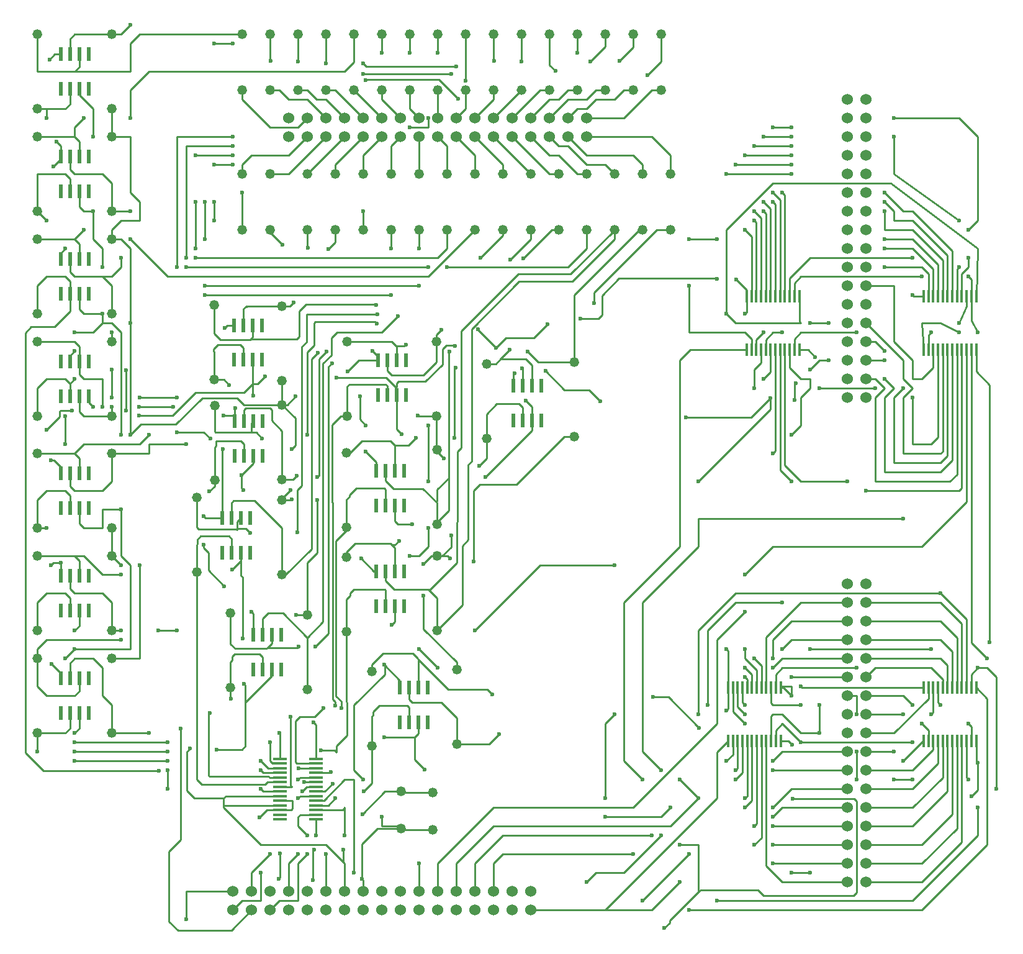
<source format=gbr>
G04 #@! TF.FileFunction,Copper,L1,Top,Signal*
%FSLAX46Y46*%
G04 Gerber Fmt 4.6, Leading zero omitted, Abs format (unit mm)*
G04 Created by KiCad (PCBNEW 4.0.4-stable) date 01/02/17 01:37:36*
%MOMM*%
%LPD*%
G01*
G04 APERTURE LIST*
%ADD10C,0.100000*%
%ADD11R,0.431800X1.651000*%
%ADD12C,1.320800*%
%ADD13C,1.530000*%
%ADD14R,0.558800X1.981200*%
%ADD15R,1.981200X0.355600*%
%ADD16C,0.600000*%
%ADD17C,0.250000*%
G04 APERTURE END LIST*
D10*
D11*
X183108600Y-82372200D03*
X183769000Y-82372200D03*
X184404000Y-82372200D03*
X185064400Y-82372200D03*
X185724800Y-82372200D03*
X186359800Y-82372200D03*
X187020200Y-82372200D03*
X187655200Y-82372200D03*
X188315600Y-82372200D03*
X188976000Y-82372200D03*
X189611000Y-82372200D03*
X190271400Y-82372200D03*
X190271400Y-75107800D03*
X189611000Y-75107800D03*
X188976000Y-75107800D03*
X188315600Y-75107800D03*
X187655200Y-75107800D03*
X187020200Y-75107800D03*
X186359800Y-75107800D03*
X185724800Y-75107800D03*
X185064400Y-75107800D03*
X184404000Y-75107800D03*
X183769000Y-75107800D03*
X183108600Y-75107800D03*
X156438600Y-135712200D03*
X157099000Y-135712200D03*
X157734000Y-135712200D03*
X158394400Y-135712200D03*
X159054800Y-135712200D03*
X159689800Y-135712200D03*
X160350200Y-135712200D03*
X160985200Y-135712200D03*
X161645600Y-135712200D03*
X162306000Y-135712200D03*
X162941000Y-135712200D03*
X163601400Y-135712200D03*
X163601400Y-128447800D03*
X162941000Y-128447800D03*
X162306000Y-128447800D03*
X161645600Y-128447800D03*
X160985200Y-128447800D03*
X160350200Y-128447800D03*
X159689800Y-128447800D03*
X159054800Y-128447800D03*
X158394400Y-128447800D03*
X157734000Y-128447800D03*
X157099000Y-128447800D03*
X156438600Y-128447800D03*
D12*
X111810800Y-142570200D03*
X111810800Y-147650200D03*
X116179600Y-142697200D03*
X116179600Y-147777200D03*
D13*
X137160000Y-50800000D03*
X137160000Y-53340000D03*
X134620000Y-50800000D03*
X134620000Y-53340000D03*
X132080000Y-50800000D03*
X132080000Y-53340000D03*
X129540000Y-50800000D03*
X129540000Y-53340000D03*
X127000000Y-50800000D03*
X127000000Y-53340000D03*
X124460000Y-50800000D03*
X124460000Y-53340000D03*
X121920000Y-50800000D03*
X121920000Y-53340000D03*
X119380000Y-50800000D03*
X119380000Y-53340000D03*
X116840000Y-50800000D03*
X116840000Y-53340000D03*
X114300000Y-50800000D03*
X114300000Y-53340000D03*
X111760000Y-50800000D03*
X111760000Y-53340000D03*
X109220000Y-50800000D03*
X109220000Y-53340000D03*
X106680000Y-50800000D03*
X106680000Y-53340000D03*
X104140000Y-50800000D03*
X104140000Y-53340000D03*
X101600000Y-50800000D03*
X101600000Y-53340000D03*
X99060000Y-50800000D03*
X99060000Y-53340000D03*
X96520000Y-50800000D03*
X96520000Y-53340000D03*
X175260000Y-88900000D03*
X172720000Y-88900000D03*
X175260000Y-86360000D03*
X172720000Y-86360000D03*
X175260000Y-83820000D03*
X172720000Y-83820000D03*
X175260000Y-81280000D03*
X172720000Y-81280000D03*
X175260000Y-78740000D03*
X172720000Y-78740000D03*
X175260000Y-76200000D03*
X172720000Y-76200000D03*
X175260000Y-73660000D03*
X172720000Y-73660000D03*
X175260000Y-71120000D03*
X172720000Y-71120000D03*
X175260000Y-68580000D03*
X172720000Y-68580000D03*
X175260000Y-66040000D03*
X172720000Y-66040000D03*
X175260000Y-63500000D03*
X172720000Y-63500000D03*
X175260000Y-60960000D03*
X172720000Y-60960000D03*
X175260000Y-58420000D03*
X172720000Y-58420000D03*
X175260000Y-55880000D03*
X172720000Y-55880000D03*
X175260000Y-53340000D03*
X172720000Y-53340000D03*
X175260000Y-50800000D03*
X172720000Y-50800000D03*
X175260000Y-48260000D03*
X172720000Y-48260000D03*
X175260000Y-154940000D03*
X172720000Y-154940000D03*
X175260000Y-152400000D03*
X172720000Y-152400000D03*
X175260000Y-149860000D03*
X172720000Y-149860000D03*
X175260000Y-147320000D03*
X172720000Y-147320000D03*
X175260000Y-144780000D03*
X172720000Y-144780000D03*
X175260000Y-142240000D03*
X172720000Y-142240000D03*
X175260000Y-139700000D03*
X172720000Y-139700000D03*
X175260000Y-137160000D03*
X172720000Y-137160000D03*
X175260000Y-134620000D03*
X172720000Y-134620000D03*
X175260000Y-132080000D03*
X172720000Y-132080000D03*
X175260000Y-129540000D03*
X172720000Y-129540000D03*
X175260000Y-127000000D03*
X172720000Y-127000000D03*
X175260000Y-124460000D03*
X172720000Y-124460000D03*
X175260000Y-121920000D03*
X172720000Y-121920000D03*
X175260000Y-119380000D03*
X172720000Y-119380000D03*
X175260000Y-116840000D03*
X172720000Y-116840000D03*
X175260000Y-114300000D03*
X172720000Y-114300000D03*
X88900000Y-158750000D03*
X88900000Y-156210000D03*
X91440000Y-158750000D03*
X91440000Y-156210000D03*
X93980000Y-158750000D03*
X93980000Y-156210000D03*
X96520000Y-158750000D03*
X96520000Y-156210000D03*
X99060000Y-158750000D03*
X99060000Y-156210000D03*
X101600000Y-158750000D03*
X101600000Y-156210000D03*
X104140000Y-158750000D03*
X104140000Y-156210000D03*
X106680000Y-158750000D03*
X106680000Y-156210000D03*
X109220000Y-158750000D03*
X109220000Y-156210000D03*
X111760000Y-158750000D03*
X111760000Y-156210000D03*
X114300000Y-158750000D03*
X114300000Y-156210000D03*
X116840000Y-158750000D03*
X116840000Y-156210000D03*
X119380000Y-158750000D03*
X119380000Y-156210000D03*
X121920000Y-158750000D03*
X121920000Y-156210000D03*
X124460000Y-158750000D03*
X124460000Y-156210000D03*
X127000000Y-158750000D03*
X127000000Y-156210000D03*
X129540000Y-158750000D03*
X129540000Y-156210000D03*
D12*
X90170000Y-39370000D03*
X90170000Y-46990000D03*
X93980000Y-66040000D03*
X93980000Y-58420000D03*
X93980000Y-39370000D03*
X93980000Y-46990000D03*
X99060000Y-66040000D03*
X99060000Y-58420000D03*
X97790000Y-39370000D03*
X97790000Y-46990000D03*
X102870000Y-66040000D03*
X102870000Y-58420000D03*
X101600000Y-39370000D03*
X101600000Y-46990000D03*
X106680000Y-66040000D03*
X106680000Y-58420000D03*
X105410000Y-39370000D03*
X105410000Y-46990000D03*
X110490000Y-66040000D03*
X110490000Y-58420000D03*
X109220000Y-39370000D03*
X109220000Y-46990000D03*
X114300000Y-66040000D03*
X114300000Y-58420000D03*
X113030000Y-39370000D03*
X113030000Y-46990000D03*
X118110000Y-66040000D03*
X118110000Y-58420000D03*
X116840000Y-39370000D03*
X116840000Y-46990000D03*
X121920000Y-66040000D03*
X121920000Y-58420000D03*
X120650000Y-39370000D03*
X120650000Y-46990000D03*
X125730000Y-66040000D03*
X125730000Y-58420000D03*
X124460000Y-39370000D03*
X124460000Y-46990000D03*
X129540000Y-66040000D03*
X129540000Y-58420000D03*
X128270000Y-39370000D03*
X128270000Y-46990000D03*
X133350000Y-66040000D03*
X133350000Y-58420000D03*
X132080000Y-39370000D03*
X132080000Y-46990000D03*
X137160000Y-66040000D03*
X137160000Y-58420000D03*
X135890000Y-39370000D03*
X135890000Y-46990000D03*
X140970000Y-66040000D03*
X140970000Y-58420000D03*
X139700000Y-39370000D03*
X139700000Y-46990000D03*
X144780000Y-66040000D03*
X144780000Y-58420000D03*
X143510000Y-39370000D03*
X143510000Y-46990000D03*
X148590000Y-66040000D03*
X148590000Y-58420000D03*
X147320000Y-39370000D03*
X147320000Y-46990000D03*
X107873800Y-126187200D03*
X107873800Y-136347200D03*
X119405400Y-125984000D03*
X119405400Y-136144000D03*
X123520200Y-84302600D03*
X123520200Y-94462600D03*
X135407400Y-94183200D03*
X135407400Y-84023200D03*
X104394000Y-110617000D03*
X104394000Y-120777000D03*
X116713000Y-110490000D03*
X116713000Y-120650000D03*
X62230000Y-91440000D03*
X62230000Y-81280000D03*
X72390000Y-81280000D03*
X72390000Y-91440000D03*
X104394000Y-96393000D03*
X104394000Y-106553000D03*
X116713000Y-96012000D03*
X116713000Y-106172000D03*
X104495600Y-81280000D03*
X104495600Y-91440000D03*
X116687600Y-91440000D03*
X116687600Y-81280000D03*
X88519000Y-118237000D03*
X88519000Y-128397000D03*
X99060000Y-118491000D03*
X99060000Y-128651000D03*
X62230000Y-67310000D03*
X62230000Y-77470000D03*
X72390000Y-67310000D03*
X72390000Y-77470000D03*
X62230000Y-96520000D03*
X62230000Y-106680000D03*
X72390000Y-106680000D03*
X72390000Y-96520000D03*
X62230000Y-110490000D03*
X62230000Y-120650000D03*
X72390000Y-110490000D03*
X72390000Y-120650000D03*
X62230000Y-124460000D03*
X62230000Y-134620000D03*
X72390000Y-124460000D03*
X72390000Y-134620000D03*
X62230000Y-53340000D03*
X62230000Y-63500000D03*
X72390000Y-53340000D03*
X72390000Y-63500000D03*
X86385400Y-89941400D03*
X86385400Y-100101400D03*
X95605600Y-89865200D03*
X95605600Y-100025200D03*
X83947000Y-102514400D03*
X83947000Y-112674400D03*
X95554800Y-102870000D03*
X95554800Y-113030000D03*
X86309200Y-76276200D03*
X86309200Y-86436200D03*
X95605600Y-86588600D03*
X95605600Y-76428600D03*
X62230000Y-39370000D03*
X62230000Y-49530000D03*
X72390000Y-49530000D03*
X72390000Y-39370000D03*
X90170000Y-66040000D03*
X90170000Y-58420000D03*
D14*
X69215000Y-99237800D03*
X67945000Y-99237800D03*
X66675000Y-99237800D03*
X65405000Y-99237800D03*
X65405000Y-103962200D03*
X66675000Y-103962200D03*
X67945000Y-103962200D03*
X69215000Y-103962200D03*
X112496600Y-83794600D03*
X111226600Y-83794600D03*
X109956600Y-83794600D03*
X108686600Y-83794600D03*
X108686600Y-88519000D03*
X109956600Y-88519000D03*
X111226600Y-88519000D03*
X112496600Y-88519000D03*
X112268000Y-98856800D03*
X110998000Y-98856800D03*
X109728000Y-98856800D03*
X108458000Y-98856800D03*
X108458000Y-103581200D03*
X109728000Y-103581200D03*
X110998000Y-103581200D03*
X112268000Y-103581200D03*
X65405000Y-88722200D03*
X66675000Y-88722200D03*
X67945000Y-88722200D03*
X69215000Y-88722200D03*
X69215000Y-83997800D03*
X67945000Y-83997800D03*
X66675000Y-83997800D03*
X65405000Y-83997800D03*
X69215000Y-42087800D03*
X67945000Y-42087800D03*
X66675000Y-42087800D03*
X65405000Y-42087800D03*
X65405000Y-46812200D03*
X66675000Y-46812200D03*
X67945000Y-46812200D03*
X69215000Y-46812200D03*
X112268000Y-112572800D03*
X110998000Y-112572800D03*
X109728000Y-112572800D03*
X108458000Y-112572800D03*
X108458000Y-117297200D03*
X109728000Y-117297200D03*
X110998000Y-117297200D03*
X112268000Y-117297200D03*
X130962400Y-87299800D03*
X129692400Y-87299800D03*
X128422400Y-87299800D03*
X127152400Y-87299800D03*
X127152400Y-92024200D03*
X128422400Y-92024200D03*
X129692400Y-92024200D03*
X130962400Y-92024200D03*
X115493800Y-128397000D03*
X114223800Y-128397000D03*
X112953800Y-128397000D03*
X111683800Y-128397000D03*
X111683800Y-133121400D03*
X112953800Y-133121400D03*
X114223800Y-133121400D03*
X115493800Y-133121400D03*
X69215000Y-113207800D03*
X67945000Y-113207800D03*
X66675000Y-113207800D03*
X65405000Y-113207800D03*
X65405000Y-117932200D03*
X66675000Y-117932200D03*
X67945000Y-117932200D03*
X69215000Y-117932200D03*
X69215000Y-127177800D03*
X67945000Y-127177800D03*
X66675000Y-127177800D03*
X65405000Y-127177800D03*
X65405000Y-131902200D03*
X66675000Y-131902200D03*
X67945000Y-131902200D03*
X69215000Y-131902200D03*
X69215000Y-56057800D03*
X67945000Y-56057800D03*
X66675000Y-56057800D03*
X65405000Y-56057800D03*
X65405000Y-60782200D03*
X66675000Y-60782200D03*
X67945000Y-60782200D03*
X69215000Y-60782200D03*
X92964000Y-92125800D03*
X91694000Y-92125800D03*
X90424000Y-92125800D03*
X89154000Y-92125800D03*
X89154000Y-96850200D03*
X90424000Y-96850200D03*
X91694000Y-96850200D03*
X92964000Y-96850200D03*
X91262200Y-105308400D03*
X89992200Y-105308400D03*
X88722200Y-105308400D03*
X87452200Y-105308400D03*
X87452200Y-110032800D03*
X88722200Y-110032800D03*
X89992200Y-110032800D03*
X91262200Y-110032800D03*
X92887800Y-79019400D03*
X91617800Y-79019400D03*
X90347800Y-79019400D03*
X89077800Y-79019400D03*
X89077800Y-83743800D03*
X90347800Y-83743800D03*
X91617800Y-83743800D03*
X92887800Y-83743800D03*
X69215000Y-70027800D03*
X67945000Y-70027800D03*
X66675000Y-70027800D03*
X65405000Y-70027800D03*
X65405000Y-74752200D03*
X66675000Y-74752200D03*
X67945000Y-74752200D03*
X69215000Y-74752200D03*
X95504000Y-121208800D03*
X94234000Y-121208800D03*
X92964000Y-121208800D03*
X91694000Y-121208800D03*
X91694000Y-125933200D03*
X92964000Y-125933200D03*
X94234000Y-125933200D03*
X95504000Y-125933200D03*
D15*
X95326200Y-138125200D03*
X95326200Y-138734800D03*
X95326200Y-139395200D03*
X95326200Y-140004800D03*
X95326200Y-140665200D03*
X95326200Y-141274800D03*
X95326200Y-141935200D03*
X95326200Y-142544800D03*
X95326200Y-143205200D03*
X95326200Y-143814800D03*
X95326200Y-144475200D03*
X95326200Y-145084800D03*
X95326200Y-145745200D03*
X95326200Y-146354800D03*
X100253800Y-146354800D03*
X100253800Y-145745200D03*
X100253800Y-145084800D03*
X100253800Y-144475200D03*
X100253800Y-143814800D03*
X100253800Y-143205200D03*
X100253800Y-142544800D03*
X100253800Y-141935200D03*
X100253800Y-141274800D03*
X100253800Y-140665200D03*
X100253800Y-140004800D03*
X100253800Y-139395200D03*
X100253800Y-138734800D03*
X100253800Y-138125200D03*
D11*
X158978600Y-82372200D03*
X159639000Y-82372200D03*
X160274000Y-82372200D03*
X160934400Y-82372200D03*
X161594800Y-82372200D03*
X162229800Y-82372200D03*
X162890200Y-82372200D03*
X163525200Y-82372200D03*
X164185600Y-82372200D03*
X164846000Y-82372200D03*
X165481000Y-82372200D03*
X166141400Y-82372200D03*
X166141400Y-75107800D03*
X165481000Y-75107800D03*
X164846000Y-75107800D03*
X164185600Y-75107800D03*
X163525200Y-75107800D03*
X162890200Y-75107800D03*
X162229800Y-75107800D03*
X161594800Y-75107800D03*
X160934400Y-75107800D03*
X160274000Y-75107800D03*
X159639000Y-75107800D03*
X158978600Y-75107800D03*
X183108600Y-135712200D03*
X183769000Y-135712200D03*
X184404000Y-135712200D03*
X185064400Y-135712200D03*
X185724800Y-135712200D03*
X186359800Y-135712200D03*
X187020200Y-135712200D03*
X187655200Y-135712200D03*
X188315600Y-135712200D03*
X188976000Y-135712200D03*
X189611000Y-135712200D03*
X190271400Y-135712200D03*
X190271400Y-128447800D03*
X189611000Y-128447800D03*
X188976000Y-128447800D03*
X188315600Y-128447800D03*
X187655200Y-128447800D03*
X187020200Y-128447800D03*
X186359800Y-128447800D03*
X185724800Y-128447800D03*
X185064400Y-128447800D03*
X184404000Y-128447800D03*
X183769000Y-128447800D03*
X183108600Y-128447800D03*
D16*
X102489000Y-141503400D03*
X106756200Y-142544800D03*
X98653600Y-141325600D03*
X100914200Y-136956800D03*
X97790000Y-140970000D03*
X71120000Y-90170000D03*
X102260400Y-139954000D03*
X103682800Y-131241800D03*
X97866200Y-139446000D03*
X102819200Y-130911600D03*
X101219000Y-131241800D03*
X88595200Y-129971800D03*
X99923600Y-133172200D03*
X78841600Y-139750800D03*
X95250000Y-134620000D03*
X80010000Y-135890000D03*
X67310000Y-135890000D03*
X63500000Y-106680000D03*
X80010000Y-137160000D03*
X67310000Y-137160000D03*
X93980000Y-135890000D03*
X92710000Y-138430000D03*
X80010000Y-138430000D03*
X67310000Y-138430000D03*
X62230000Y-137160000D03*
X92710000Y-139700000D03*
X80010000Y-139700000D03*
X80010000Y-142240000D03*
X63500000Y-64770000D03*
X85775800Y-131851400D03*
X85699600Y-101650800D03*
X88366600Y-87147400D03*
X96748600Y-132410200D03*
X92710000Y-142240000D03*
X66040000Y-95250000D03*
X66040000Y-91440000D03*
X63500000Y-50800000D03*
X103987600Y-150545800D03*
X106553000Y-145669000D03*
X146202400Y-129717800D03*
X152501600Y-133934200D03*
X156210000Y-131546600D03*
X131826000Y-78892400D03*
X136296400Y-78130400D03*
X154889200Y-72694800D03*
X157581600Y-72821800D03*
X123367800Y-99720400D03*
X115036600Y-139573000D03*
X109575600Y-135229600D03*
X128828800Y-89281000D03*
X124790200Y-82067400D03*
X122351800Y-79552800D03*
X119176800Y-81813400D03*
X110540800Y-119862600D03*
X113360200Y-106121200D03*
X111937800Y-93878400D03*
X103047800Y-86131400D03*
X93294200Y-86004400D03*
X90398600Y-127914400D03*
X90271600Y-121767600D03*
X83058000Y-136728200D03*
X86639400Y-136855200D03*
X90297000Y-101473000D03*
X88798400Y-112318800D03*
X90068400Y-99466400D03*
X91694000Y-88620600D03*
X76123800Y-91363800D03*
X67310000Y-134620000D03*
X66040000Y-124460000D03*
X67310000Y-120650000D03*
X67310000Y-123190000D03*
X73660000Y-104140000D03*
X73660000Y-93980000D03*
X67310000Y-82550000D03*
X67310000Y-80010000D03*
X71120000Y-77470000D03*
X71120000Y-71120000D03*
X69850000Y-53340000D03*
X69850000Y-63500000D03*
X158750000Y-77470000D03*
X181610000Y-74930000D03*
X156210000Y-123190000D03*
X166370000Y-128270000D03*
X140970000Y-111760000D03*
X121920000Y-120650000D03*
X116840000Y-125730000D03*
X114300000Y-123190000D03*
X113030000Y-110490000D03*
X115570000Y-106680000D03*
X115570000Y-100330000D03*
X115570000Y-92710000D03*
X107950000Y-82550000D03*
X106680000Y-140970000D03*
X109220000Y-146050000D03*
X149860000Y-149860000D03*
X148590000Y-144780000D03*
X139700000Y-146050000D03*
X139700000Y-143510000D03*
X140970000Y-132080000D03*
X152400000Y-100330000D03*
X189661800Y-143230600D03*
X147751800Y-161213800D03*
X165277800Y-143560800D03*
X165176200Y-136220200D03*
X190500000Y-138684000D03*
X192100200Y-122199400D03*
X127330200Y-85547200D03*
X131521200Y-85267800D03*
X139039600Y-89382600D03*
X150672800Y-91617800D03*
X162229800Y-88925400D03*
X165506400Y-89230200D03*
X165633400Y-86918800D03*
X168325800Y-83362800D03*
X109499400Y-125272800D03*
X106375200Y-110845600D03*
X106222800Y-88696800D03*
X107035600Y-92659200D03*
X106984800Y-96215200D03*
X106527600Y-154533600D03*
X104521000Y-85318600D03*
X92481400Y-146151600D03*
X95300800Y-151003000D03*
X95173800Y-154457400D03*
X99796600Y-154660600D03*
X99949000Y-150495000D03*
X100203000Y-148564600D03*
X84861400Y-105054400D03*
X84861400Y-108940600D03*
X87706200Y-114604800D03*
X91440000Y-118084600D03*
X87757000Y-79375000D03*
X89230200Y-90347800D03*
X87528400Y-95935800D03*
X87604600Y-91363800D03*
X85801200Y-94488000D03*
X81229200Y-93624400D03*
X80746600Y-90144600D03*
X76123800Y-90119200D03*
X74295000Y-90652600D03*
X74295000Y-85115400D03*
X64135000Y-125196600D03*
X64058800Y-111760000D03*
X65455800Y-111404400D03*
X64084200Y-97434400D03*
X63474600Y-93268800D03*
X66954400Y-90652600D03*
X64389000Y-57353200D03*
X64846200Y-54000400D03*
X63906400Y-42799000D03*
X66040000Y-68580000D03*
X72390000Y-85090000D03*
X72390000Y-88900000D03*
X69850000Y-90170000D03*
X114909600Y-111531400D03*
X114884200Y-115900200D03*
X118491000Y-110769400D03*
X121742200Y-111226600D03*
X117627400Y-97155000D03*
X118643400Y-107645200D03*
X97434400Y-88747600D03*
X114071400Y-91338400D03*
X81762600Y-133985000D03*
X97510600Y-118516400D03*
X96901000Y-102793800D03*
X100406200Y-102844600D03*
X96901000Y-95935800D03*
X96774000Y-101473000D03*
X73660000Y-111760000D03*
X74930000Y-93980000D03*
X76200000Y-111760000D03*
X72390000Y-80010000D03*
X74930000Y-78740000D03*
X124256800Y-129362200D03*
X145440400Y-44932600D03*
X125171200Y-134797800D03*
X138125200Y-75971400D03*
X126644400Y-82372200D03*
X141630400Y-43027600D03*
X128371600Y-84861400D03*
X129133600Y-82651600D03*
X111556800Y-108407200D03*
X137617200Y-43103800D03*
X67310000Y-86360000D03*
X85090000Y-67310000D03*
X85090000Y-62230000D03*
X86360000Y-40640000D03*
X88900000Y-40640000D03*
X135890000Y-41910000D03*
X113817400Y-94411800D03*
X119075200Y-94386400D03*
X119253000Y-84785200D03*
X132867400Y-44348400D03*
X112471200Y-81661000D03*
X128244600Y-43078400D03*
X97866200Y-122834400D03*
X100177600Y-122809000D03*
X102438200Y-84201000D03*
X124536200Y-42976800D03*
X68580000Y-66040000D03*
X86360000Y-64770000D03*
X86360000Y-62230000D03*
X86360000Y-57150000D03*
X88900000Y-57150000D03*
X120650000Y-45720000D03*
X77470000Y-93980000D03*
X83820000Y-68580000D03*
X83820000Y-62230000D03*
X83820000Y-55880000D03*
X88900000Y-55880000D03*
X113030000Y-52070000D03*
X115570000Y-50800000D03*
X116840000Y-41910000D03*
X73660000Y-113030000D03*
X82550000Y-69850000D03*
X88900000Y-54610000D03*
X113030000Y-41910000D03*
X73660000Y-121920000D03*
X81280000Y-71120000D03*
X88900000Y-53340000D03*
X109220000Y-41910000D03*
X68580000Y-50800000D03*
X74930000Y-50800000D03*
X92862400Y-94437200D03*
X99009200Y-93929200D03*
X108508800Y-78841600D03*
X119354600Y-43764200D03*
X106629200Y-43307000D03*
X101600000Y-43307000D03*
X91262200Y-107340400D03*
X97688400Y-107289600D03*
X108635800Y-77571600D03*
X118694200Y-44805600D03*
X106680000Y-44805600D03*
X97739200Y-43078400D03*
X108458000Y-76276200D03*
X119583200Y-48158400D03*
X106959400Y-45643800D03*
X94056200Y-43027600D03*
X74930000Y-38100000D03*
X90170000Y-60960000D03*
X95681800Y-68072000D03*
X97180400Y-75946000D03*
X100482400Y-82804000D03*
X99085400Y-68453000D03*
X97561400Y-99568000D03*
X100406200Y-99745800D03*
X101650800Y-82600800D03*
X101930200Y-68630800D03*
X74930000Y-63500000D03*
X106680000Y-63500000D03*
X85090000Y-74930000D03*
X110490000Y-74930000D03*
X77470000Y-134620000D03*
X110490000Y-68580000D03*
X73660000Y-120650000D03*
X78740000Y-120650000D03*
X81280000Y-120650000D03*
X85090000Y-73660000D03*
X114300000Y-73660000D03*
X114300000Y-68580000D03*
X82550000Y-95250000D03*
X83820000Y-69850000D03*
X74930000Y-67310000D03*
X73660000Y-69850000D03*
X111379000Y-77749400D03*
X122656600Y-69850000D03*
X117322600Y-79679800D03*
X126720600Y-70078600D03*
X118389400Y-82600800D03*
X128473200Y-69951600D03*
X118110000Y-71120000D03*
X115570000Y-71120000D03*
X82550000Y-71120000D03*
X81280000Y-88900000D03*
X76200000Y-88900000D03*
X72390000Y-90170000D03*
X175260000Y-101600000D03*
X172720000Y-100330000D03*
X165100000Y-100330000D03*
X177800000Y-83820000D03*
X177800000Y-86360000D03*
X162560000Y-96520000D03*
X177800000Y-82550000D03*
X180340000Y-87630000D03*
X170180000Y-83820000D03*
X167640000Y-85090000D03*
X161290000Y-86360000D03*
X170180000Y-78740000D03*
X167640000Y-78740000D03*
X163830000Y-80010000D03*
X176530000Y-87630000D03*
X168910000Y-87630000D03*
X160020000Y-87630000D03*
X161290000Y-80010000D03*
X154940000Y-67310000D03*
X151130000Y-67310000D03*
X151130000Y-73660000D03*
X158750000Y-66040000D03*
X165100000Y-58420000D03*
X156210000Y-58420000D03*
X160020000Y-64770000D03*
X165100000Y-57150000D03*
X157480000Y-57150000D03*
X160020000Y-63500000D03*
X165100000Y-55880000D03*
X158750000Y-55880000D03*
X161290000Y-63500000D03*
X165100000Y-54610000D03*
X160020000Y-54610000D03*
X161290000Y-62230000D03*
X165100000Y-53340000D03*
X161290000Y-53340000D03*
X162560000Y-62230000D03*
X165100000Y-52070000D03*
X162560000Y-52070000D03*
X162560000Y-60960000D03*
X163830000Y-60960000D03*
X181610000Y-88900000D03*
X184150000Y-80010000D03*
X177800000Y-71120000D03*
X177800000Y-68580000D03*
X177800000Y-67310000D03*
X177800000Y-63500000D03*
X177800000Y-62230000D03*
X177800000Y-60960000D03*
X179070000Y-53340000D03*
X187960000Y-64770000D03*
X187960000Y-71120000D03*
X179070000Y-50800000D03*
X189230000Y-66040000D03*
X189230000Y-69850000D03*
X179070000Y-137160000D03*
X182880000Y-133350000D03*
X180340000Y-132080000D03*
X184150000Y-132080000D03*
X181610000Y-130810000D03*
X185420000Y-130810000D03*
X162560000Y-152400000D03*
X160020000Y-149860000D03*
X162560000Y-149860000D03*
X160020000Y-147320000D03*
X162560000Y-147320000D03*
X158750000Y-144780000D03*
X162560000Y-146050000D03*
X158750000Y-143510000D03*
X162560000Y-144780000D03*
X157480000Y-140970000D03*
X162560000Y-139700000D03*
X157480000Y-139700000D03*
X162560000Y-138430000D03*
X156210000Y-138430000D03*
X158750000Y-133350000D03*
X158750000Y-132080000D03*
X173990000Y-132080000D03*
X173990000Y-137160000D03*
X173990000Y-140970000D03*
X167640000Y-153670000D03*
X165100000Y-153670000D03*
X158750000Y-130810000D03*
X158750000Y-127000000D03*
X165100000Y-127000000D03*
X158750000Y-125730000D03*
X162560000Y-125730000D03*
X158750000Y-123190000D03*
X163830000Y-123190000D03*
X160020000Y-124460000D03*
X162560000Y-124460000D03*
X105410000Y-153670000D03*
X92710000Y-153670000D03*
X99060000Y-151130000D03*
X99060000Y-148590000D03*
X102870000Y-143510000D03*
X93980000Y-151130000D03*
X97790000Y-143510000D03*
X97790000Y-151130000D03*
X104140000Y-148590000D03*
X101600000Y-151130000D03*
X82550000Y-160020000D03*
X187960000Y-78740000D03*
X181610000Y-69850000D03*
X185420000Y-115570000D03*
X184150000Y-123190000D03*
X167640000Y-123190000D03*
X166370000Y-130810000D03*
X114300000Y-152400000D03*
X144780000Y-157480000D03*
X151130000Y-151130000D03*
X152400000Y-132080000D03*
X137160000Y-154940000D03*
X147320000Y-148590000D03*
X147320000Y-139700000D03*
X180340000Y-105410000D03*
X187960000Y-80010000D03*
X180340000Y-138430000D03*
X149860000Y-154940000D03*
X144780000Y-140970000D03*
X189230000Y-72390000D03*
X182880000Y-72390000D03*
X190500000Y-80010000D03*
X190500000Y-125730000D03*
X173990000Y-125730000D03*
X193040000Y-142240000D03*
X190500000Y-144780000D03*
X154940000Y-157480000D03*
X146050000Y-148590000D03*
X165100000Y-93980000D03*
X158750000Y-113030000D03*
X168910000Y-130810000D03*
X158750000Y-118110000D03*
X168910000Y-134620000D03*
X179070000Y-140970000D03*
X181610000Y-140970000D03*
X189230000Y-140970000D03*
X173990000Y-80010000D03*
X163830000Y-116840000D03*
X153670000Y-130810000D03*
X149860000Y-140970000D03*
X191770000Y-124460000D03*
X166370000Y-135890000D03*
X152400000Y-143510000D03*
X181610000Y-135890000D03*
X189230000Y-133350000D03*
X156210000Y-77470000D03*
X165100000Y-129540000D03*
X151130000Y-158750000D03*
X143510000Y-151130000D03*
X98348800Y-142570200D03*
X122504200Y-98221800D03*
D17*
X107873800Y-136347200D02*
X107873800Y-141427200D01*
X101447600Y-142544800D02*
X100253800Y-142544800D01*
X102489000Y-141503400D02*
X101447600Y-142544800D01*
X107873800Y-141427200D02*
X106756200Y-142544800D01*
X107873800Y-136347200D02*
X107873800Y-132334000D01*
X112953800Y-131089400D02*
X112953800Y-133121400D01*
X112699800Y-130835400D02*
X112953800Y-131089400D01*
X108889800Y-130835400D02*
X112699800Y-130835400D01*
X107975400Y-131749800D02*
X108889800Y-130835400D01*
X107975400Y-132232400D02*
X107975400Y-131749800D01*
X107873800Y-132334000D02*
X107975400Y-132232400D01*
X104394000Y-120777000D02*
X104394000Y-130378200D01*
X98704400Y-141274800D02*
X100253800Y-141274800D01*
X98653600Y-141325600D02*
X98704400Y-141274800D01*
X102793800Y-136956800D02*
X100914200Y-136956800D01*
X103047800Y-137210800D02*
X102793800Y-136956800D01*
X103047800Y-136347200D02*
X103047800Y-137210800D01*
X104444800Y-134950200D02*
X103047800Y-136347200D01*
X104444800Y-130429000D02*
X104444800Y-134950200D01*
X104394000Y-130378200D02*
X104444800Y-130429000D01*
X104394000Y-120777000D02*
X104394000Y-116357400D01*
X109728000Y-115138200D02*
X109728000Y-117297200D01*
X109601000Y-115011200D02*
X109728000Y-115138200D01*
X105384600Y-115011200D02*
X109601000Y-115011200D01*
X104876600Y-115519200D02*
X105384600Y-115011200D01*
X104876600Y-115874800D02*
X104876600Y-115519200D01*
X104394000Y-116357400D02*
X104876600Y-115874800D01*
X67945000Y-83997800D02*
X67945000Y-85725000D01*
X98094800Y-140665200D02*
X100253800Y-140665200D01*
X97790000Y-140970000D02*
X98094800Y-140665200D01*
X71120000Y-86360000D02*
X71120000Y-90170000D01*
X68580000Y-86360000D02*
X71120000Y-86360000D01*
X67945000Y-85725000D02*
X68580000Y-86360000D01*
X62230000Y-81280000D02*
X67310000Y-81280000D01*
X67945000Y-81915000D02*
X67945000Y-83997800D01*
X67310000Y-81280000D02*
X67945000Y-81915000D01*
X102209600Y-140004800D02*
X100253800Y-140004800D01*
X102260400Y-139954000D02*
X102209600Y-140004800D01*
X103682800Y-130276600D02*
X103682800Y-131241800D01*
X102971600Y-129565400D02*
X103682800Y-130276600D01*
X102971600Y-108407200D02*
X102971600Y-129565400D01*
X104394000Y-106984800D02*
X102971600Y-108407200D01*
X104394000Y-106553000D02*
X104394000Y-106984800D01*
X104394000Y-106553000D02*
X104394000Y-102768400D01*
X109728000Y-101396800D02*
X109728000Y-103581200D01*
X109575600Y-101244400D02*
X109728000Y-101396800D01*
X105740200Y-101244400D02*
X109575600Y-101244400D01*
X104775000Y-102209600D02*
X105740200Y-101244400D01*
X104775000Y-102387400D02*
X104775000Y-102209600D01*
X104394000Y-102768400D02*
X104775000Y-102387400D01*
X104495600Y-91440000D02*
X103632000Y-91440000D01*
X97917000Y-139395200D02*
X100253800Y-139395200D01*
X97866200Y-139446000D02*
X97917000Y-139395200D01*
X102819200Y-130327400D02*
X102819200Y-130911600D01*
X102489000Y-129997200D02*
X102819200Y-130327400D01*
X102489000Y-103225600D02*
X102489000Y-129997200D01*
X102438200Y-103174800D02*
X102489000Y-103225600D01*
X102438200Y-92633800D02*
X102438200Y-103174800D01*
X103632000Y-91440000D02*
X102438200Y-92633800D01*
X104495600Y-91440000D02*
X104495600Y-87376000D01*
X109956600Y-87299800D02*
X109956600Y-88519000D01*
X109728000Y-87071200D02*
X109956600Y-87299800D01*
X104800400Y-87071200D02*
X109728000Y-87071200D01*
X104495600Y-87376000D02*
X104800400Y-87071200D01*
X88519000Y-128397000D02*
X88519000Y-129895600D01*
X97586800Y-138734800D02*
X100253800Y-138734800D01*
X97459800Y-138607800D02*
X97586800Y-138734800D01*
X97459800Y-132969000D02*
X97459800Y-138607800D01*
X98018600Y-132410200D02*
X97459800Y-132969000D01*
X100050600Y-132410200D02*
X98018600Y-132410200D01*
X101219000Y-131241800D02*
X100050600Y-132410200D01*
X88519000Y-129895600D02*
X88595200Y-129971800D01*
X88519000Y-128397000D02*
X88519000Y-124968000D01*
X92964000Y-124231400D02*
X92964000Y-125933200D01*
X92557600Y-123825000D02*
X92964000Y-124231400D01*
X89154000Y-123825000D02*
X92557600Y-123825000D01*
X88798400Y-124180600D02*
X89154000Y-123825000D01*
X88798400Y-124688600D02*
X88798400Y-124180600D01*
X88519000Y-124968000D02*
X88798400Y-124688600D01*
X66675000Y-74752200D02*
X66675000Y-77114400D01*
X100253800Y-133502400D02*
X100253800Y-138125200D01*
X99923600Y-133172200D02*
X100253800Y-133502400D01*
X63017400Y-139750800D02*
X78841600Y-139750800D01*
X60579000Y-137312400D02*
X63017400Y-139750800D01*
X60579000Y-80060800D02*
X60579000Y-137312400D01*
X61391800Y-79248000D02*
X60579000Y-80060800D01*
X64541400Y-79248000D02*
X61391800Y-79248000D01*
X66675000Y-77114400D02*
X64541400Y-79248000D01*
X62230000Y-77470000D02*
X62230000Y-73660000D01*
X66675000Y-73025000D02*
X66675000Y-74752200D01*
X66040000Y-72390000D02*
X66675000Y-73025000D01*
X63500000Y-72390000D02*
X66040000Y-72390000D01*
X62230000Y-73660000D02*
X63500000Y-72390000D01*
X62230000Y-106680000D02*
X63500000Y-106680000D01*
X95326200Y-134696200D02*
X95326200Y-138125200D01*
X95250000Y-134620000D02*
X95326200Y-134696200D01*
X67310000Y-135890000D02*
X80010000Y-135890000D01*
X62230000Y-106680000D02*
X62230000Y-102870000D01*
X66675000Y-102235000D02*
X66675000Y-103962200D01*
X66040000Y-101600000D02*
X66675000Y-102235000D01*
X63500000Y-101600000D02*
X66040000Y-101600000D01*
X62230000Y-102870000D02*
X63500000Y-101600000D01*
X67310000Y-137160000D02*
X80010000Y-137160000D01*
X94284800Y-138734800D02*
X95326200Y-138734800D01*
X93980000Y-138430000D02*
X94284800Y-138734800D01*
X93980000Y-135890000D02*
X93980000Y-138430000D01*
X62230000Y-120650000D02*
X62230000Y-116840000D01*
X66675000Y-116205000D02*
X66675000Y-117932200D01*
X66040000Y-115570000D02*
X66675000Y-116205000D01*
X63500000Y-115570000D02*
X66040000Y-115570000D01*
X62230000Y-116840000D02*
X63500000Y-115570000D01*
X62230000Y-134620000D02*
X66040000Y-134620000D01*
X66675000Y-133985000D02*
X66675000Y-131902200D01*
X66040000Y-134620000D02*
X66675000Y-133985000D01*
X62230000Y-134620000D02*
X62230000Y-137160000D01*
X93675200Y-139395200D02*
X95326200Y-139395200D01*
X92710000Y-138430000D02*
X93675200Y-139395200D01*
X67310000Y-138430000D02*
X80010000Y-138430000D01*
X62230000Y-63500000D02*
X63500000Y-64770000D01*
X93014800Y-140004800D02*
X95326200Y-140004800D01*
X92710000Y-139700000D02*
X93014800Y-140004800D01*
X80010000Y-142240000D02*
X80010000Y-139700000D01*
X62230000Y-63500000D02*
X62230000Y-58420000D01*
X66675000Y-59055000D02*
X66675000Y-60782200D01*
X66040000Y-58420000D02*
X66675000Y-59055000D01*
X62230000Y-58420000D02*
X66040000Y-58420000D01*
X86385400Y-100101400D02*
X86385400Y-95681800D01*
X90424000Y-95199200D02*
X90424000Y-96850200D01*
X89992200Y-94767400D02*
X90424000Y-95199200D01*
X86639400Y-94767400D02*
X89992200Y-94767400D01*
X86588600Y-94818200D02*
X86639400Y-94767400D01*
X86588600Y-95478600D02*
X86588600Y-94818200D01*
X86385400Y-95681800D02*
X86588600Y-95478600D01*
X86385400Y-100101400D02*
X86385400Y-100965000D01*
X93903800Y-140665200D02*
X95326200Y-140665200D01*
X93776800Y-140538200D02*
X93903800Y-140665200D01*
X85725000Y-140538200D02*
X93776800Y-140538200D01*
X85598000Y-140411200D02*
X85725000Y-140538200D01*
X85598000Y-132029200D02*
X85598000Y-140411200D01*
X85775800Y-131851400D02*
X85598000Y-132029200D01*
X86385400Y-100965000D02*
X85699600Y-101650800D01*
X83947000Y-112674400D02*
X83947000Y-140919200D01*
X93624400Y-141274800D02*
X95326200Y-141274800D01*
X93294200Y-141605000D02*
X93624400Y-141274800D01*
X84632800Y-141605000D02*
X93294200Y-141605000D01*
X83947000Y-140919200D02*
X84632800Y-141605000D01*
X83947000Y-112674400D02*
X83947000Y-108915200D01*
X88722200Y-108153200D02*
X88722200Y-110032800D01*
X88366600Y-107797600D02*
X88722200Y-108153200D01*
X84480400Y-107797600D02*
X88366600Y-107797600D01*
X84023200Y-108254800D02*
X84480400Y-107797600D01*
X84023200Y-108839000D02*
X84023200Y-108254800D01*
X83947000Y-108915200D02*
X84023200Y-108839000D01*
X95326200Y-141935200D02*
X96951800Y-141935200D01*
X87655400Y-86436200D02*
X86309200Y-86436200D01*
X88366600Y-87147400D02*
X87655400Y-86436200D01*
X96748600Y-141732000D02*
X96748600Y-132410200D01*
X96951800Y-141935200D02*
X96748600Y-141732000D01*
X86309200Y-86436200D02*
X86309200Y-82626200D01*
X90347800Y-82143600D02*
X90347800Y-83743800D01*
X89890600Y-81686400D02*
X90347800Y-82143600D01*
X86842600Y-81686400D02*
X89890600Y-81686400D01*
X86283800Y-82245200D02*
X86842600Y-81686400D01*
X86283800Y-82600800D02*
X86283800Y-82245200D01*
X86309200Y-82626200D02*
X86283800Y-82600800D01*
X63500000Y-49530000D02*
X63500000Y-50800000D01*
X93014800Y-142544800D02*
X95326200Y-142544800D01*
X92710000Y-142240000D02*
X93014800Y-142544800D01*
X66040000Y-91440000D02*
X66040000Y-95250000D01*
X62230000Y-49530000D02*
X63500000Y-49530000D01*
X63500000Y-49530000D02*
X66040000Y-49530000D01*
X66675000Y-48895000D02*
X66675000Y-46812200D01*
X66040000Y-49530000D02*
X66675000Y-48895000D01*
X111810800Y-142570200D02*
X109651800Y-142570200D01*
X103949500Y-150583900D02*
X103949500Y-152209500D01*
X103987600Y-150545800D02*
X103949500Y-150583900D01*
X109651800Y-142570200D02*
X106553000Y-145669000D01*
X116179600Y-142697200D02*
X111937800Y-142697200D01*
X111937800Y-142697200D02*
X111810800Y-142570200D01*
X156438600Y-128447800D02*
X156438600Y-131318000D01*
X148285200Y-129717800D02*
X146202400Y-129717800D01*
X152501600Y-133934200D02*
X148285200Y-129717800D01*
X156438600Y-131318000D02*
X156210000Y-131546600D01*
X158978600Y-75107800D02*
X158978600Y-74218800D01*
X126111000Y-80746600D02*
X124790200Y-82067400D01*
X129971800Y-80746600D02*
X126111000Y-80746600D01*
X131826000Y-78892400D02*
X129971800Y-80746600D01*
X138734800Y-78130400D02*
X136296400Y-78130400D01*
X139242800Y-77622400D02*
X138734800Y-78130400D01*
X139242800Y-74955400D02*
X139242800Y-77622400D01*
X141554200Y-72644000D02*
X139242800Y-74955400D01*
X154838400Y-72644000D02*
X141554200Y-72644000D01*
X154889200Y-72694800D02*
X154838400Y-72644000D01*
X158978600Y-74218800D02*
X157581600Y-72821800D01*
X129692400Y-92024200D02*
X129692400Y-93395800D01*
X129692400Y-93395800D02*
X123367800Y-99720400D01*
X113665000Y-138201400D02*
X113665000Y-135229600D01*
X115036600Y-139573000D02*
X113665000Y-138201400D01*
X114223800Y-133121400D02*
X114223800Y-134670800D01*
X114223800Y-134670800D02*
X113665000Y-135229600D01*
X113665000Y-135229600D02*
X109575600Y-135229600D01*
X129692400Y-92024200D02*
X129692400Y-90144600D01*
X129692400Y-90144600D02*
X128828800Y-89281000D01*
X111226600Y-86969600D02*
X111226600Y-87401400D01*
X124790200Y-82067400D02*
X122351800Y-79629000D01*
X122351800Y-79629000D02*
X122351800Y-79552800D01*
X119176800Y-81813400D02*
X119100600Y-81737200D01*
X119100600Y-81737200D02*
X118033800Y-81737200D01*
X118033800Y-81737200D02*
X117475000Y-82296000D01*
X117475000Y-82296000D02*
X117475000Y-84378800D01*
X117475000Y-84378800D02*
X115138200Y-86715600D01*
X115138200Y-86715600D02*
X111480600Y-86715600D01*
X111480600Y-86715600D02*
X111226600Y-86969600D01*
X110998000Y-117297200D02*
X110998000Y-119405400D01*
X110998000Y-119405400D02*
X110540800Y-119862600D01*
X111226600Y-88519000D02*
X111226600Y-93167200D01*
X110998000Y-105740200D02*
X110998000Y-103581200D01*
X111404400Y-106146600D02*
X110998000Y-105740200D01*
X113334800Y-106146600D02*
X111404400Y-106146600D01*
X113360200Y-106121200D02*
X113334800Y-106146600D01*
X111226600Y-93167200D02*
X111937800Y-93878400D01*
X111226600Y-88519000D02*
X111226600Y-87579200D01*
X111226600Y-87579200D02*
X109778800Y-86131400D01*
X109778800Y-86131400D02*
X103047800Y-86131400D01*
X93294200Y-86004400D02*
X92303600Y-86995000D01*
X92303600Y-86995000D02*
X91617800Y-86995000D01*
X89992200Y-110032800D02*
X89992200Y-113131600D01*
X90576400Y-128092200D02*
X90576400Y-130479800D01*
X90398600Y-127914400D02*
X90576400Y-128092200D01*
X90271600Y-113411000D02*
X90271600Y-121767600D01*
X89992200Y-113131600D02*
X90271600Y-113411000D01*
X94234000Y-125933200D02*
X94234000Y-126822200D01*
X94234000Y-126822200D02*
X90576400Y-130479800D01*
X90576400Y-130479800D02*
X90576400Y-136398000D01*
X83667600Y-143510000D02*
X87630000Y-143510000D01*
X82600800Y-142443200D02*
X83667600Y-143510000D01*
X82600800Y-137185400D02*
X82600800Y-142443200D01*
X83058000Y-136728200D02*
X82600800Y-137185400D01*
X90119200Y-136855200D02*
X86639400Y-136855200D01*
X90576400Y-136398000D02*
X90119200Y-136855200D01*
X89992200Y-110032800D02*
X89992200Y-111125000D01*
X90068400Y-101244400D02*
X90068400Y-99466400D01*
X90297000Y-101473000D02*
X90068400Y-101244400D01*
X89992200Y-111125000D02*
X88798400Y-112318800D01*
X91694000Y-96850200D02*
X91694000Y-97840800D01*
X91694000Y-97840800D02*
X90068400Y-99466400D01*
X91694000Y-88620600D02*
X91617800Y-88544400D01*
X91617800Y-88544400D02*
X91617800Y-86995000D01*
X91617800Y-83743800D02*
X91617800Y-86995000D01*
X91617800Y-86995000D02*
X91617800Y-87045800D01*
X80645000Y-91363800D02*
X76123800Y-91363800D01*
X83769200Y-88239600D02*
X80645000Y-91363800D01*
X90424000Y-88239600D02*
X83769200Y-88239600D01*
X91617800Y-87045800D02*
X90424000Y-88239600D01*
X67310000Y-123190000D02*
X66040000Y-124460000D01*
X67945000Y-133985000D02*
X67945000Y-131902200D01*
X67310000Y-134620000D02*
X67945000Y-133985000D01*
X73660000Y-104140000D02*
X73660000Y-110490000D01*
X67945000Y-120015000D02*
X67945000Y-117932200D01*
X67310000Y-120650000D02*
X67945000Y-120015000D01*
X74930000Y-123190000D02*
X67310000Y-123190000D01*
X74930000Y-111760000D02*
X74930000Y-123190000D01*
X73660000Y-110490000D02*
X74930000Y-111760000D01*
X71120000Y-78740000D02*
X72390000Y-78740000D01*
X67945000Y-106045000D02*
X67945000Y-103962200D01*
X68580000Y-106680000D02*
X67945000Y-106045000D01*
X71120000Y-106680000D02*
X68580000Y-106680000D01*
X71120000Y-104140000D02*
X71120000Y-106680000D01*
X73660000Y-104140000D02*
X71120000Y-104140000D01*
X73660000Y-80010000D02*
X73660000Y-93980000D01*
X72390000Y-78740000D02*
X73660000Y-80010000D01*
X71120000Y-77470000D02*
X71120000Y-78740000D01*
X67310000Y-82550000D02*
X66675000Y-83185000D01*
X69850000Y-80010000D02*
X67310000Y-80010000D01*
X71120000Y-78740000D02*
X69850000Y-80010000D01*
X66675000Y-83185000D02*
X66675000Y-83997800D01*
X69850000Y-63500000D02*
X69850000Y-67310000D01*
X67945000Y-76835000D02*
X67945000Y-74752200D01*
X68580000Y-77470000D02*
X67945000Y-76835000D01*
X71120000Y-77470000D02*
X68580000Y-77470000D01*
X71120000Y-68580000D02*
X71120000Y-71120000D01*
X69850000Y-67310000D02*
X71120000Y-68580000D01*
X67945000Y-46812200D02*
X67945000Y-47625000D01*
X67945000Y-47625000D02*
X69850000Y-49530000D01*
X69850000Y-49530000D02*
X69850000Y-53340000D01*
X69850000Y-63500000D02*
X68580000Y-63500000D01*
X68580000Y-63500000D02*
X67945000Y-62865000D01*
X67945000Y-62865000D02*
X67945000Y-60782200D01*
X183108600Y-75107800D02*
X181787800Y-75107800D01*
X158978600Y-77241400D02*
X158978600Y-75107800D01*
X158750000Y-77470000D02*
X158978600Y-77241400D01*
X181787800Y-75107800D02*
X181610000Y-74930000D01*
X95326200Y-144475200D02*
X87630000Y-144475200D01*
X104140000Y-156210000D02*
X104140000Y-152400000D01*
X104140000Y-152400000D02*
X103949500Y-152209500D01*
X87934800Y-143205200D02*
X95326200Y-143205200D01*
X87630000Y-143510000D02*
X87934800Y-143205200D01*
X87630000Y-144780000D02*
X87630000Y-144475200D01*
X103949500Y-152209500D02*
X101600000Y-149860000D01*
X101600000Y-149860000D02*
X92710000Y-149860000D01*
X92710000Y-149860000D02*
X87630000Y-144780000D01*
X87630000Y-144475200D02*
X87630000Y-143510000D01*
X183108600Y-128447800D02*
X166547800Y-128447800D01*
X156438600Y-123418600D02*
X156438600Y-128447800D01*
X156210000Y-123190000D02*
X156438600Y-123418600D01*
X166547800Y-128447800D02*
X166370000Y-128270000D01*
X108686600Y-83794600D02*
X108686600Y-83286600D01*
X108686600Y-83286600D02*
X107950000Y-82550000D01*
X130810000Y-111760000D02*
X140970000Y-111760000D01*
X121920000Y-120650000D02*
X130810000Y-111760000D01*
X114300000Y-123190000D02*
X116840000Y-125730000D01*
X114300000Y-110490000D02*
X113030000Y-110490000D01*
X115570000Y-109220000D02*
X114300000Y-110490000D01*
X115570000Y-106680000D02*
X115570000Y-109220000D01*
X115570000Y-92710000D02*
X115570000Y-100330000D01*
X111480600Y-147320000D02*
X109220000Y-147320000D01*
X109588300Y-126631700D02*
X105410000Y-130810000D01*
X105410000Y-130810000D02*
X105410000Y-139700000D01*
X105410000Y-139700000D02*
X106680000Y-140970000D01*
X109220000Y-146050000D02*
X109220000Y-147320000D01*
X109588300Y-126631700D02*
X109588300Y-125361700D01*
X111480600Y-147320000D02*
X111810800Y-147650200D01*
X162229800Y-88925400D02*
X162229800Y-90500200D01*
X152400000Y-149860000D02*
X152400000Y-156260800D01*
X149860000Y-149860000D02*
X152400000Y-149860000D01*
X147320000Y-146050000D02*
X148590000Y-144780000D01*
X139700000Y-146050000D02*
X147320000Y-146050000D01*
X139700000Y-133350000D02*
X139700000Y-143510000D01*
X140970000Y-132080000D02*
X139700000Y-133350000D01*
X162229800Y-90500200D02*
X152400000Y-100330000D01*
X111810800Y-147650200D02*
X108610400Y-147650200D01*
X106527600Y-149733000D02*
X106527600Y-154533600D01*
X108610400Y-147650200D02*
X106527600Y-149733000D01*
X116179600Y-147777200D02*
X111937800Y-147777200D01*
X111937800Y-147777200D02*
X111810800Y-147650200D01*
X190500000Y-138684000D02*
X190500000Y-142392400D01*
X190500000Y-142392400D02*
X189661800Y-143230600D01*
X147751800Y-161213800D02*
X148488400Y-160477200D01*
X148488400Y-160477200D02*
X148488400Y-160172400D01*
X148488400Y-160172400D02*
X152400000Y-156260800D01*
X164668200Y-135712200D02*
X163601400Y-135712200D01*
X152400000Y-156260800D02*
X152679400Y-155981400D01*
X152679400Y-155981400D02*
X160477200Y-155981400D01*
X160477200Y-155981400D02*
X161290000Y-156794200D01*
X161290000Y-156794200D02*
X173532800Y-156794200D01*
X173532800Y-156794200D02*
X173964600Y-156362400D01*
X173964600Y-156362400D02*
X173964600Y-143891000D01*
X173964600Y-143891000D02*
X173634400Y-143560800D01*
X173634400Y-143560800D02*
X165277800Y-143560800D01*
X165176200Y-136220200D02*
X164668200Y-135712200D01*
X190271400Y-82372200D02*
X190271400Y-85318600D01*
X190271400Y-138455400D02*
X190271400Y-135712200D01*
X190500000Y-138684000D02*
X190271400Y-138455400D01*
X192100200Y-87147400D02*
X192100200Y-122199400D01*
X190271400Y-85318600D02*
X192100200Y-87147400D01*
X166141400Y-82372200D02*
X167335200Y-82372200D01*
X127152400Y-85725000D02*
X127152400Y-87299800D01*
X127330200Y-85547200D02*
X127152400Y-85725000D01*
X134112000Y-87858600D02*
X131521200Y-85267800D01*
X137515600Y-87858600D02*
X134112000Y-87858600D01*
X139039600Y-89382600D02*
X137515600Y-87858600D01*
X159537400Y-91617800D02*
X150672800Y-91617800D01*
X162229800Y-88925400D02*
X159537400Y-91617800D01*
X165506400Y-87045800D02*
X165506400Y-89230200D01*
X165633400Y-86918800D02*
X165506400Y-87045800D01*
X167335200Y-82372200D02*
X168325800Y-83362800D01*
X111683800Y-128397000D02*
X111683800Y-127457200D01*
X111683800Y-127457200D02*
X109588300Y-125361700D01*
X109588300Y-125361700D02*
X109499400Y-125272800D01*
X108458000Y-112572800D02*
X108102400Y-112572800D01*
X108102400Y-112572800D02*
X106375200Y-110845600D01*
X108458000Y-98856800D02*
X108458000Y-97688400D01*
X106222800Y-91846400D02*
X106222800Y-88696800D01*
X107035600Y-92659200D02*
X106222800Y-91846400D01*
X108458000Y-97688400D02*
X106984800Y-96215200D01*
X106680000Y-156210000D02*
X106680000Y-154686000D01*
X106680000Y-154686000D02*
X106527600Y-154533600D01*
X108686600Y-83794600D02*
X106045000Y-83794600D01*
X106045000Y-83794600D02*
X104521000Y-85318600D01*
X95326200Y-145084800D02*
X96824800Y-145084800D01*
X96977200Y-143814800D02*
X95326200Y-143814800D01*
X97002600Y-143840200D02*
X96977200Y-143814800D01*
X97002600Y-144907000D02*
X97002600Y-143840200D01*
X96824800Y-145084800D02*
X97002600Y-144907000D01*
X100253800Y-146354800D02*
X100253800Y-148513800D01*
X93548200Y-145084800D02*
X95326200Y-145084800D01*
X92481400Y-146151600D02*
X93548200Y-145084800D01*
X95300800Y-154330400D02*
X95300800Y-151003000D01*
X95173800Y-154457400D02*
X95300800Y-154330400D01*
X99796600Y-150647400D02*
X99796600Y-154660600D01*
X99949000Y-150495000D02*
X99796600Y-150647400D01*
X100253800Y-148513800D02*
X100203000Y-148564600D01*
X91694000Y-121208800D02*
X91694000Y-118338600D01*
X85115400Y-105308400D02*
X87452200Y-105308400D01*
X84861400Y-105054400D02*
X85115400Y-105308400D01*
X84861400Y-109347000D02*
X84861400Y-108940600D01*
X85547200Y-110032800D02*
X84861400Y-109347000D01*
X85547200Y-112445800D02*
X85547200Y-110032800D01*
X87706200Y-114604800D02*
X85547200Y-112445800D01*
X91694000Y-118338600D02*
X91440000Y-118084600D01*
X89154000Y-92125800D02*
X89154000Y-90424000D01*
X88112600Y-79019400D02*
X89077800Y-79019400D01*
X87757000Y-79375000D02*
X88112600Y-79019400D01*
X89154000Y-90424000D02*
X89230200Y-90347800D01*
X87452200Y-105308400D02*
X87452200Y-96012000D01*
X87452200Y-96012000D02*
X87528400Y-95935800D01*
X89154000Y-92125800D02*
X89154000Y-91414600D01*
X89154000Y-91414600D02*
X89103200Y-91363800D01*
X89103200Y-91363800D02*
X87604600Y-91363800D01*
X85801200Y-94488000D02*
X84937600Y-93624400D01*
X84937600Y-93624400D02*
X81229200Y-93624400D01*
X80746600Y-90144600D02*
X80721200Y-90119200D01*
X80721200Y-90119200D02*
X76123800Y-90119200D01*
X74295000Y-90652600D02*
X74295000Y-85115400D01*
X65405000Y-127177800D02*
X65405000Y-126466600D01*
X65405000Y-126466600D02*
X64135000Y-125196600D01*
X64058800Y-111760000D02*
X64414400Y-111404400D01*
X64414400Y-111404400D02*
X65455800Y-111404400D01*
X65405000Y-113207800D02*
X65405000Y-111455200D01*
X65405000Y-111455200D02*
X65455800Y-111404400D01*
X65405000Y-99237800D02*
X65405000Y-98323400D01*
X65405000Y-98323400D02*
X64516000Y-97434400D01*
X64516000Y-97434400D02*
X64084200Y-97434400D01*
X63474600Y-93268800D02*
X65278000Y-91465400D01*
X65278000Y-91465400D02*
X65278000Y-90779600D01*
X65278000Y-90779600D02*
X65405000Y-90652600D01*
X65405000Y-90652600D02*
X66954400Y-90652600D01*
X65405000Y-56057800D02*
X65405000Y-56337200D01*
X65405000Y-56337200D02*
X64389000Y-57353200D01*
X65405000Y-42087800D02*
X64617600Y-42087800D01*
X65405000Y-54559200D02*
X65405000Y-56057800D01*
X64846200Y-54000400D02*
X65405000Y-54559200D01*
X64617600Y-42087800D02*
X63906400Y-42799000D01*
X65405000Y-70027800D02*
X65405000Y-69215000D01*
X65405000Y-69215000D02*
X66040000Y-68580000D01*
X72390000Y-85090000D02*
X72390000Y-88900000D01*
X69850000Y-90170000D02*
X69215000Y-89535000D01*
X69215000Y-89535000D02*
X69215000Y-88722200D01*
X119405400Y-125984000D02*
X119405400Y-124968000D01*
X115951000Y-110490000D02*
X116713000Y-110490000D01*
X114909600Y-111531400D02*
X115951000Y-110490000D01*
X114884200Y-120446800D02*
X114884200Y-115900200D01*
X119405400Y-124968000D02*
X114884200Y-120446800D01*
X135407400Y-94183200D02*
X134086600Y-94183200D01*
X118211600Y-110490000D02*
X116713000Y-110490000D01*
X118491000Y-110769400D02*
X118211600Y-110490000D01*
X121742200Y-101574600D02*
X121742200Y-111226600D01*
X122605800Y-100711000D02*
X121742200Y-101574600D01*
X127558800Y-100711000D02*
X122605800Y-100711000D01*
X134086600Y-94183200D02*
X127558800Y-100711000D01*
X116713000Y-110490000D02*
X117449600Y-110490000D01*
X117627400Y-97155000D02*
X116713000Y-96240600D01*
X118643400Y-109296200D02*
X118643400Y-107645200D01*
X117449600Y-110490000D02*
X118643400Y-109296200D01*
X116713000Y-96240600D02*
X116713000Y-96012000D01*
X116687600Y-91440000D02*
X114173000Y-91440000D01*
X96316800Y-89865200D02*
X95605600Y-89865200D01*
X97434400Y-88747600D02*
X96316800Y-89865200D01*
X114173000Y-91440000D02*
X114071400Y-91338400D01*
X116687600Y-91440000D02*
X116687600Y-95986600D01*
X116687600Y-95986600D02*
X116713000Y-96012000D01*
X99060000Y-118491000D02*
X97536000Y-118491000D01*
X88671400Y-161518600D02*
X91440000Y-158750000D01*
X81407000Y-161518600D02*
X88671400Y-161518600D01*
X80187800Y-160299400D02*
X81407000Y-161518600D01*
X80187800Y-150749000D02*
X80187800Y-160299400D01*
X81788000Y-149148800D02*
X80187800Y-150749000D01*
X81788000Y-134010400D02*
X81788000Y-149148800D01*
X81762600Y-133985000D02*
X81788000Y-134010400D01*
X97536000Y-118491000D02*
X97510600Y-118516400D01*
X99060000Y-118491000D02*
X99060000Y-111379000D01*
X96824800Y-102870000D02*
X95554800Y-102870000D01*
X96901000Y-102793800D02*
X96824800Y-102870000D01*
X100406200Y-110032800D02*
X100406200Y-102844600D01*
X99060000Y-111379000D02*
X100406200Y-110032800D01*
X95554800Y-102870000D02*
X95554800Y-102692200D01*
X95554800Y-102692200D02*
X96774000Y-101473000D01*
X97409000Y-91668600D02*
X95605600Y-89865200D01*
X97409000Y-95427800D02*
X97409000Y-91668600D01*
X96901000Y-95935800D02*
X97409000Y-95427800D01*
X95605600Y-89865200D02*
X95605600Y-86588600D01*
X95605600Y-89865200D02*
X90424000Y-89865200D01*
X90424000Y-89865200D02*
X89484200Y-88925400D01*
X89484200Y-88925400D02*
X84709000Y-88925400D01*
X84709000Y-88925400D02*
X81076800Y-92557600D01*
X81076800Y-92557600D02*
X76352400Y-92557600D01*
X76352400Y-92557600D02*
X74930000Y-93980000D01*
X72390000Y-110490000D02*
X73660000Y-111760000D01*
X74930000Y-78740000D02*
X74930000Y-93980000D01*
X76200000Y-124460000D02*
X72390000Y-124460000D01*
X76200000Y-111760000D02*
X76200000Y-124460000D01*
X72390000Y-67310000D02*
X73660000Y-67310000D01*
X72390000Y-80010000D02*
X72390000Y-81280000D01*
X74930000Y-68580000D02*
X74930000Y-78740000D01*
X73660000Y-67310000D02*
X74930000Y-68580000D01*
X72390000Y-53340000D02*
X74930000Y-53340000D01*
X72390000Y-66040000D02*
X72390000Y-67310000D01*
X73660000Y-64770000D02*
X72390000Y-66040000D01*
X76200000Y-64770000D02*
X73660000Y-64770000D01*
X76200000Y-62230000D02*
X76200000Y-64770000D01*
X74930000Y-60960000D02*
X76200000Y-62230000D01*
X74930000Y-53340000D02*
X74930000Y-60960000D01*
X72390000Y-110490000D02*
X72390000Y-106680000D01*
X72390000Y-53340000D02*
X72390000Y-49530000D01*
X147320000Y-39370000D02*
X147320000Y-43053000D01*
X114071400Y-124485400D02*
X114071400Y-124460000D01*
X118287800Y-128701800D02*
X114071400Y-124485400D01*
X123596400Y-128701800D02*
X118287800Y-128701800D01*
X124256800Y-129362200D02*
X123596400Y-128701800D01*
X147320000Y-43053000D02*
X145440400Y-44932600D01*
X107873800Y-126187200D02*
X107873800Y-125298200D01*
X114223800Y-124612400D02*
X114223800Y-128397000D01*
X113411000Y-123799600D02*
X114071400Y-124460000D01*
X114071400Y-124460000D02*
X114223800Y-124612400D01*
X109372400Y-123799600D02*
X113411000Y-123799600D01*
X107873800Y-125298200D02*
X109372400Y-123799600D01*
X148590000Y-66040000D02*
X146685000Y-66040000D01*
X123825000Y-136144000D02*
X119405400Y-136144000D01*
X125171200Y-134797800D02*
X123825000Y-136144000D01*
X138125200Y-74599800D02*
X138125200Y-75971400D01*
X146685000Y-66040000D02*
X138125200Y-74599800D01*
X119405400Y-136144000D02*
X119405400Y-132537200D01*
X112953800Y-129997200D02*
X112953800Y-128397000D01*
X113385600Y-130429000D02*
X112953800Y-129997200D01*
X117297200Y-130429000D02*
X113385600Y-130429000D01*
X119405400Y-132537200D02*
X117297200Y-130429000D01*
X143510000Y-39370000D02*
X143510000Y-41148000D01*
X125399800Y-83616800D02*
X125399800Y-83642200D01*
X126644400Y-82372200D02*
X125399800Y-83616800D01*
X143510000Y-41148000D02*
X141630400Y-43027600D01*
X123520200Y-84302600D02*
X124739400Y-84302600D01*
X129692400Y-84505800D02*
X129692400Y-87299800D01*
X128828800Y-83642200D02*
X129692400Y-84505800D01*
X125399800Y-83642200D02*
X128828800Y-83642200D01*
X124739400Y-84302600D02*
X125399800Y-83642200D01*
X135407400Y-84023200D02*
X135407400Y-74930000D01*
X135407400Y-74930000D02*
X144297400Y-66040000D01*
X144297400Y-66040000D02*
X144780000Y-66040000D01*
X135407400Y-84023200D02*
X130505200Y-84023200D01*
X128422400Y-84912200D02*
X128422400Y-87299800D01*
X128371600Y-84861400D02*
X128422400Y-84912200D01*
X130505200Y-84023200D02*
X129133600Y-82651600D01*
X139700000Y-39370000D02*
X139700000Y-41021000D01*
X111010700Y-108953300D02*
X110553500Y-108953300D01*
X111556800Y-108407200D02*
X111010700Y-108953300D01*
X139700000Y-41021000D02*
X137617200Y-43103800D01*
X104394000Y-110617000D02*
X104394000Y-109956600D01*
X104394000Y-109956600D02*
X105562400Y-108788200D01*
X105562400Y-108788200D02*
X110388400Y-108788200D01*
X110388400Y-108788200D02*
X110553500Y-108953300D01*
X110553500Y-108953300D02*
X110998000Y-109397800D01*
X110998000Y-109397800D02*
X110998000Y-112572800D01*
X135890000Y-39370000D02*
X135890000Y-41910000D01*
X67310000Y-86360000D02*
X66675000Y-86995000D01*
X85090000Y-62230000D02*
X85090000Y-67310000D01*
X88900000Y-40640000D02*
X86360000Y-40640000D01*
X66675000Y-86995000D02*
X66675000Y-87630000D01*
X62230000Y-91440000D02*
X62230000Y-87630000D01*
X66675000Y-86995000D02*
X66675000Y-87630000D01*
X66675000Y-87630000D02*
X66675000Y-88722200D01*
X66040000Y-86360000D02*
X66675000Y-86995000D01*
X63500000Y-86360000D02*
X66040000Y-86360000D01*
X62230000Y-87630000D02*
X63500000Y-86360000D01*
X132080000Y-39370000D02*
X132080000Y-43561000D01*
X112814100Y-95415100D02*
X110985300Y-95415100D01*
X113817400Y-94411800D02*
X112814100Y-95415100D01*
X119075200Y-84963000D02*
X119075200Y-94386400D01*
X119253000Y-84785200D02*
X119075200Y-84963000D01*
X132080000Y-43561000D02*
X132867400Y-44348400D01*
X104394000Y-96393000D02*
X104851200Y-96393000D01*
X104851200Y-96393000D02*
X106451400Y-94792800D01*
X106451400Y-94792800D02*
X110363000Y-94792800D01*
X110363000Y-94792800D02*
X110985300Y-95415100D01*
X110985300Y-95415100D02*
X110998000Y-95427800D01*
X110998000Y-95427800D02*
X110998000Y-98856800D01*
X128270000Y-39370000D02*
X128270000Y-43053000D01*
X112255300Y-81876900D02*
X111137700Y-81876900D01*
X112471200Y-81661000D02*
X112255300Y-81876900D01*
X128270000Y-43053000D02*
X128244600Y-43078400D01*
X104495600Y-81280000D02*
X110540800Y-81280000D01*
X111226600Y-81965800D02*
X111226600Y-83794600D01*
X110540800Y-81280000D02*
X111137700Y-81876900D01*
X111137700Y-81876900D02*
X111226600Y-81965800D01*
X124460000Y-39370000D02*
X124460000Y-42900600D01*
X97663000Y-123037600D02*
X93573600Y-123037600D01*
X97866200Y-122834400D02*
X97663000Y-123037600D01*
X101930200Y-121056400D02*
X100177600Y-122809000D01*
X101930200Y-107162600D02*
X101930200Y-121056400D01*
X101955600Y-107137200D02*
X101930200Y-107162600D01*
X101955600Y-84683600D02*
X101955600Y-107137200D01*
X102438200Y-84201000D02*
X101955600Y-84683600D01*
X124460000Y-42900600D02*
X124536200Y-42976800D01*
X88519000Y-118237000D02*
X88519000Y-122453400D01*
X94234000Y-122377200D02*
X94234000Y-121208800D01*
X93497400Y-123113800D02*
X93573600Y-123037600D01*
X93573600Y-123037600D02*
X93624400Y-122986800D01*
X93624400Y-122986800D02*
X94234000Y-122377200D01*
X89179400Y-123113800D02*
X93497400Y-123113800D01*
X88519000Y-122453400D02*
X89179400Y-123113800D01*
X120650000Y-39370000D02*
X120650000Y-45720000D01*
X68580000Y-66040000D02*
X67310000Y-67310000D01*
X86360000Y-62230000D02*
X86360000Y-64770000D01*
X88900000Y-57150000D02*
X86360000Y-57150000D01*
X62230000Y-67310000D02*
X67310000Y-67310000D01*
X67945000Y-67945000D02*
X67945000Y-70027800D01*
X67310000Y-67310000D02*
X67945000Y-67945000D01*
X116840000Y-39370000D02*
X116840000Y-41910000D01*
X68580000Y-95250000D02*
X67310000Y-96520000D01*
X76200000Y-95250000D02*
X68580000Y-95250000D01*
X77470000Y-93980000D02*
X76200000Y-95250000D01*
X83820000Y-62230000D02*
X83820000Y-68580000D01*
X88900000Y-55880000D02*
X83820000Y-55880000D01*
X115570000Y-52070000D02*
X113030000Y-52070000D01*
X115570000Y-50800000D02*
X115570000Y-52070000D01*
X62230000Y-96520000D02*
X67310000Y-96520000D01*
X67945000Y-97155000D02*
X67945000Y-99237800D01*
X67310000Y-96520000D02*
X67945000Y-97155000D01*
X113030000Y-39370000D02*
X113030000Y-41910000D01*
X68580000Y-110490000D02*
X67310000Y-110490000D01*
X71120000Y-113030000D02*
X68580000Y-110490000D01*
X73660000Y-113030000D02*
X71120000Y-113030000D01*
X82550000Y-54610000D02*
X82550000Y-69850000D01*
X88900000Y-54610000D02*
X82550000Y-54610000D01*
X62230000Y-110490000D02*
X67310000Y-110490000D01*
X67945000Y-111125000D02*
X67945000Y-113207800D01*
X67310000Y-110490000D02*
X67945000Y-111125000D01*
X62230000Y-124460000D02*
X62230000Y-128270000D01*
X67945000Y-128905000D02*
X67945000Y-127177800D01*
X67310000Y-129540000D02*
X67945000Y-128905000D01*
X63500000Y-129540000D02*
X67310000Y-129540000D01*
X62230000Y-128270000D02*
X63500000Y-129540000D01*
X109220000Y-39370000D02*
X109220000Y-41910000D01*
X62230000Y-123190000D02*
X62230000Y-124460000D01*
X63500000Y-121920000D02*
X62230000Y-123190000D01*
X73660000Y-121920000D02*
X63500000Y-121920000D01*
X81280000Y-53340000D02*
X81280000Y-71120000D01*
X88900000Y-53340000D02*
X81280000Y-53340000D01*
X105410000Y-39370000D02*
X105410000Y-43180000D01*
X67310000Y-52070000D02*
X67310000Y-53340000D01*
X68580000Y-50800000D02*
X67310000Y-52070000D01*
X74930000Y-46990000D02*
X74930000Y-50800000D01*
X77470000Y-44450000D02*
X74930000Y-46990000D01*
X104140000Y-44450000D02*
X77470000Y-44450000D01*
X105410000Y-43180000D02*
X104140000Y-44450000D01*
X62230000Y-53340000D02*
X67310000Y-53340000D01*
X67945000Y-53975000D02*
X67945000Y-56057800D01*
X67310000Y-53340000D02*
X67945000Y-53975000D01*
X101600000Y-39370000D02*
X101600000Y-43307000D01*
X92062300Y-93637100D02*
X91300300Y-93637100D01*
X92862400Y-94437200D02*
X92062300Y-93637100D01*
X99009200Y-82702400D02*
X99009200Y-93929200D01*
X99974400Y-81737200D02*
X99009200Y-82702400D01*
X99974400Y-78714600D02*
X99974400Y-81737200D01*
X100126800Y-78562200D02*
X99974400Y-78714600D01*
X108229400Y-78562200D02*
X100126800Y-78562200D01*
X108508800Y-78841600D02*
X108229400Y-78562200D01*
X107086400Y-43764200D02*
X119354600Y-43764200D01*
X106629200Y-43307000D02*
X107086400Y-43764200D01*
X86385400Y-89941400D02*
X86385400Y-93548200D01*
X91414600Y-93522800D02*
X91414600Y-92405200D01*
X91287600Y-93649800D02*
X91300300Y-93637100D01*
X91300300Y-93637100D02*
X91414600Y-93522800D01*
X86487000Y-93649800D02*
X91287600Y-93649800D01*
X86385400Y-93548200D02*
X86487000Y-93649800D01*
X91414600Y-92405200D02*
X91694000Y-92125800D01*
X97790000Y-39370000D02*
X97790000Y-43027600D01*
X90652600Y-106730800D02*
X89509600Y-106730800D01*
X91262200Y-107340400D02*
X90652600Y-106730800D01*
X97688400Y-101523800D02*
X97688400Y-107289600D01*
X98298000Y-100914200D02*
X97688400Y-101523800D01*
X98298000Y-81965800D02*
X98298000Y-100914200D01*
X98958400Y-81305400D02*
X98298000Y-81965800D01*
X98958400Y-77495400D02*
X98958400Y-81305400D01*
X108559600Y-77495400D02*
X98958400Y-77495400D01*
X108635800Y-77571600D02*
X108559600Y-77495400D01*
X106680000Y-44805600D02*
X118694200Y-44805600D01*
X97790000Y-43027600D02*
X97739200Y-43078400D01*
X83947000Y-102514400D02*
X83947000Y-106578400D01*
X89509600Y-105791000D02*
X89992200Y-105308400D01*
X89509600Y-106934000D02*
X89509600Y-106730800D01*
X89509600Y-106730800D02*
X89509600Y-105791000D01*
X89408000Y-106832400D02*
X89509600Y-106934000D01*
X84201000Y-106832400D02*
X89408000Y-106832400D01*
X83947000Y-106578400D02*
X84201000Y-106832400D01*
X93980000Y-39370000D02*
X93980000Y-42951400D01*
X97612200Y-80924400D02*
X91313000Y-80924400D01*
X97967800Y-80568800D02*
X97612200Y-80924400D01*
X97967800Y-77114400D02*
X97967800Y-80568800D01*
X98907600Y-76174600D02*
X97967800Y-77114400D01*
X108356400Y-76174600D02*
X98907600Y-76174600D01*
X108458000Y-76276200D02*
X108356400Y-76174600D01*
X116967000Y-45542200D02*
X119583200Y-48158400D01*
X107061000Y-45542200D02*
X116967000Y-45542200D01*
X106959400Y-45643800D02*
X107061000Y-45542200D01*
X93980000Y-42951400D02*
X94056200Y-43027600D01*
X86309200Y-76276200D02*
X86309200Y-80137000D01*
X91617800Y-80619600D02*
X91617800Y-79019400D01*
X91211400Y-81026000D02*
X91313000Y-80924400D01*
X91313000Y-80924400D02*
X91617800Y-80619600D01*
X87198200Y-81026000D02*
X91211400Y-81026000D01*
X86309200Y-80137000D02*
X87198200Y-81026000D01*
X90170000Y-39370000D02*
X76200000Y-39370000D01*
X74930000Y-44450000D02*
X67310000Y-44450000D01*
X74930000Y-40640000D02*
X74930000Y-44450000D01*
X76200000Y-39370000D02*
X74930000Y-40640000D01*
X62230000Y-39370000D02*
X62230000Y-44450000D01*
X67945000Y-43815000D02*
X67945000Y-42087800D01*
X67310000Y-44450000D02*
X67945000Y-43815000D01*
X62230000Y-44450000D02*
X67310000Y-44450000D01*
X90170000Y-66040000D02*
X90170000Y-60960000D01*
X73660000Y-39370000D02*
X72390000Y-39370000D01*
X74930000Y-38100000D02*
X73660000Y-39370000D01*
X72390000Y-39370000D02*
X67310000Y-39370000D01*
X66675000Y-40005000D02*
X66675000Y-42087800D01*
X67310000Y-39370000D02*
X66675000Y-40005000D01*
X95605600Y-76428600D02*
X96697800Y-76428600D01*
X95681800Y-68072000D02*
X93980000Y-66370200D01*
X96697800Y-76428600D02*
X97180400Y-75946000D01*
X93980000Y-66370200D02*
X93980000Y-66040000D01*
X95605600Y-76428600D02*
X90830400Y-76428600D01*
X90347800Y-76809600D02*
X90347800Y-79019400D01*
X90703400Y-76454000D02*
X90347800Y-76809600D01*
X90703400Y-76555600D02*
X90703400Y-76454000D01*
X90830400Y-76428600D02*
X90703400Y-76555600D01*
X99060000Y-66040000D02*
X99060000Y-68427600D01*
X99644200Y-109499400D02*
X96113600Y-113030000D01*
X99644200Y-83642200D02*
X99644200Y-109499400D01*
X100482400Y-82804000D02*
X99644200Y-83642200D01*
X99060000Y-68427600D02*
X99085400Y-68453000D01*
X96113600Y-113030000D02*
X95554800Y-113030000D01*
X95554800Y-113030000D02*
X95554800Y-106654600D01*
X88722200Y-103251000D02*
X88722200Y-105308400D01*
X89001600Y-102971600D02*
X88722200Y-103251000D01*
X91871800Y-102971600D02*
X89001600Y-102971600D01*
X95554800Y-106654600D02*
X91871800Y-102971600D01*
X102870000Y-66040000D02*
X102870000Y-67691000D01*
X97104200Y-100025200D02*
X95605600Y-100025200D01*
X97561400Y-99568000D02*
X97104200Y-100025200D01*
X100634800Y-99517200D02*
X100406200Y-99745800D01*
X100634800Y-83616800D02*
X100634800Y-99517200D01*
X101650800Y-82600800D02*
X100634800Y-83616800D01*
X102870000Y-67691000D02*
X101930200Y-68630800D01*
X95605600Y-100025200D02*
X95605600Y-93421200D01*
X90424000Y-90601800D02*
X90424000Y-92125800D01*
X90678000Y-90347800D02*
X90424000Y-90601800D01*
X93980000Y-90347800D02*
X90678000Y-90347800D01*
X94183200Y-90551000D02*
X93980000Y-90347800D01*
X94183200Y-91998800D02*
X94183200Y-90551000D01*
X95605600Y-93421200D02*
X94183200Y-91998800D01*
X106680000Y-66040000D02*
X106680000Y-63500000D01*
X74930000Y-63500000D02*
X72390000Y-63500000D01*
X72390000Y-63500000D02*
X72390000Y-59690000D01*
X66675000Y-57785000D02*
X66675000Y-56057800D01*
X67310000Y-58420000D02*
X66675000Y-57785000D01*
X71120000Y-58420000D02*
X67310000Y-58420000D01*
X72390000Y-59690000D02*
X71120000Y-58420000D01*
X110490000Y-74930000D02*
X85090000Y-74930000D01*
X110490000Y-66040000D02*
X110490000Y-68580000D01*
X77470000Y-134620000D02*
X72390000Y-134620000D01*
X72390000Y-134620000D02*
X72390000Y-130810000D01*
X66675000Y-125095000D02*
X66675000Y-127177800D01*
X67310000Y-124460000D02*
X66675000Y-125095000D01*
X69850000Y-124460000D02*
X67310000Y-124460000D01*
X71120000Y-125730000D02*
X69850000Y-124460000D01*
X71120000Y-129540000D02*
X71120000Y-125730000D01*
X72390000Y-130810000D02*
X71120000Y-129540000D01*
X114300000Y-66040000D02*
X114300000Y-68580000D01*
X73660000Y-120650000D02*
X72390000Y-120650000D01*
X81280000Y-120650000D02*
X78740000Y-120650000D01*
X114300000Y-73660000D02*
X85090000Y-73660000D01*
X72390000Y-120650000D02*
X72390000Y-116840000D01*
X66675000Y-114935000D02*
X66675000Y-113207800D01*
X67310000Y-115570000D02*
X66675000Y-114935000D01*
X71120000Y-115570000D02*
X67310000Y-115570000D01*
X72390000Y-116840000D02*
X71120000Y-115570000D01*
X118110000Y-66040000D02*
X118110000Y-68580000D01*
X77470000Y-96520000D02*
X72390000Y-96520000D01*
X77470000Y-95250000D02*
X77470000Y-96520000D01*
X82550000Y-95250000D02*
X77470000Y-95250000D01*
X116840000Y-69850000D02*
X83820000Y-69850000D01*
X118110000Y-68580000D02*
X116840000Y-69850000D01*
X72390000Y-96520000D02*
X72390000Y-100330000D01*
X66675000Y-100965000D02*
X66675000Y-99237800D01*
X67310000Y-101600000D02*
X66675000Y-100965000D01*
X71120000Y-101600000D02*
X67310000Y-101600000D01*
X72390000Y-100330000D02*
X71120000Y-101600000D01*
X71120000Y-72390000D02*
X72390000Y-72390000D01*
X115570000Y-72390000D02*
X121920000Y-66040000D01*
X80010000Y-72390000D02*
X115570000Y-72390000D01*
X74930000Y-67310000D02*
X80010000Y-72390000D01*
X73660000Y-71120000D02*
X73660000Y-69850000D01*
X72390000Y-72390000D02*
X73660000Y-71120000D01*
X72390000Y-77470000D02*
X72390000Y-73660000D01*
X66675000Y-71755000D02*
X66675000Y-70027800D01*
X67310000Y-72390000D02*
X66675000Y-71755000D01*
X71120000Y-72390000D02*
X67310000Y-72390000D01*
X72390000Y-73660000D02*
X71120000Y-72390000D01*
X125730000Y-66040000D02*
X125730000Y-66776600D01*
X101193600Y-119481600D02*
X99060000Y-121615200D01*
X101193600Y-84251800D02*
X101193600Y-119481600D01*
X102362000Y-83083400D02*
X101193600Y-84251800D01*
X102362000Y-80721200D02*
X102362000Y-83083400D01*
X103124000Y-79959200D02*
X102362000Y-80721200D01*
X109169200Y-79959200D02*
X103124000Y-79959200D01*
X111379000Y-77749400D02*
X109169200Y-79959200D01*
X125730000Y-66776600D02*
X122656600Y-69850000D01*
X99060000Y-128651000D02*
X99060000Y-121615200D01*
X92964000Y-118999000D02*
X92964000Y-121208800D01*
X93700600Y-118262400D02*
X92964000Y-118999000D01*
X95707200Y-118262400D02*
X93700600Y-118262400D01*
X99060000Y-121615200D02*
X95707200Y-118262400D01*
X129540000Y-66040000D02*
X129540000Y-67259200D01*
X116687600Y-80314800D02*
X116687600Y-81280000D01*
X117322600Y-79679800D02*
X116687600Y-80314800D01*
X129540000Y-67259200D02*
X126720600Y-70078600D01*
X116687600Y-81280000D02*
X116687600Y-84023200D01*
X109956600Y-85242400D02*
X109956600Y-83794600D01*
X110566200Y-85852000D02*
X109956600Y-85242400D01*
X114858800Y-85852000D02*
X110566200Y-85852000D01*
X116687600Y-84023200D02*
X114858800Y-85852000D01*
X116713000Y-106172000D02*
X116713000Y-105892600D01*
X116713000Y-105892600D02*
X118313200Y-104292400D01*
X118313200Y-104292400D02*
X118313200Y-99847400D01*
X133350000Y-66040000D02*
X132384800Y-66040000D01*
X116713000Y-101447600D02*
X116713000Y-103022400D01*
X118338600Y-99822000D02*
X118313200Y-99847400D01*
X118313200Y-99847400D02*
X116713000Y-101447600D01*
X118338600Y-82651600D02*
X118338600Y-99822000D01*
X118389400Y-82600800D02*
X118338600Y-82651600D01*
X132384800Y-66040000D02*
X128473200Y-69951600D01*
X109728000Y-100228400D02*
X109728000Y-98856800D01*
X110794800Y-101295200D02*
X109728000Y-100228400D01*
X114808000Y-101295200D02*
X110794800Y-101295200D01*
X116713000Y-103200200D02*
X114808000Y-101295200D01*
X116713000Y-106172000D02*
X116713000Y-103200200D01*
X72390000Y-91440000D02*
X72390000Y-90170000D01*
X137160000Y-68580000D02*
X137160000Y-66040000D01*
X134620000Y-71120000D02*
X137160000Y-68580000D01*
X118110000Y-71120000D02*
X134620000Y-71120000D01*
X82550000Y-71120000D02*
X115570000Y-71120000D01*
X76200000Y-88900000D02*
X81280000Y-88900000D01*
X72390000Y-91440000D02*
X68580000Y-91440000D01*
X67945000Y-90805000D02*
X67945000Y-88722200D01*
X68580000Y-91440000D02*
X67945000Y-90805000D01*
X140970000Y-66040000D02*
X140970000Y-67284600D01*
X120167400Y-117195600D02*
X116713000Y-120650000D01*
X120167400Y-109118400D02*
X120167400Y-117195600D01*
X121005600Y-108280200D02*
X120167400Y-109118400D01*
X121005600Y-98044000D02*
X121005600Y-108280200D01*
X121437400Y-97612200D02*
X121005600Y-98044000D01*
X121437400Y-79552800D02*
X121437400Y-97612200D01*
X127939800Y-73050400D02*
X121437400Y-79552800D01*
X135204200Y-73050400D02*
X127939800Y-73050400D01*
X140970000Y-67284600D02*
X135204200Y-73050400D01*
X140970000Y-66040000D02*
X140970000Y-66065400D01*
X140970000Y-66065400D02*
X134975600Y-72059800D01*
X134975600Y-72059800D02*
X127812800Y-72059800D01*
X127812800Y-72059800D02*
X120015000Y-79857600D01*
X120015000Y-79857600D02*
X120015000Y-92532200D01*
X120015000Y-92532200D02*
X120015000Y-95758000D01*
X120015000Y-95758000D02*
X119532400Y-96240600D01*
X119532400Y-96240600D02*
X119532400Y-105841800D01*
X119532400Y-105841800D02*
X119481600Y-105892600D01*
X119481600Y-105892600D02*
X119481600Y-111379000D01*
X119481600Y-111379000D02*
X115747800Y-115112800D01*
X116713000Y-120650000D02*
X116713000Y-116255800D01*
X116713000Y-116255800D02*
X115519200Y-115062000D01*
X115519200Y-115062000D02*
X110921800Y-115062000D01*
X110921800Y-115062000D02*
X109728000Y-113868200D01*
X109728000Y-113868200D02*
X109728000Y-112572800D01*
X147320000Y-46990000D02*
X146050000Y-46990000D01*
X142240000Y-50800000D02*
X137160000Y-50800000D01*
X146050000Y-46990000D02*
X142240000Y-50800000D01*
X144780000Y-58420000D02*
X144780000Y-57150000D01*
X137160000Y-55880000D02*
X134620000Y-53340000D01*
X143510000Y-55880000D02*
X137160000Y-55880000D01*
X144780000Y-57150000D02*
X143510000Y-55880000D01*
X143510000Y-46990000D02*
X142240000Y-46990000D01*
X135890000Y-49530000D02*
X134620000Y-50800000D01*
X137160000Y-49530000D02*
X135890000Y-49530000D01*
X138430000Y-48260000D02*
X137160000Y-49530000D01*
X140970000Y-48260000D02*
X138430000Y-48260000D01*
X142240000Y-46990000D02*
X140970000Y-48260000D01*
X140970000Y-58420000D02*
X139700000Y-57150000D01*
X133350000Y-54610000D02*
X132080000Y-53340000D01*
X134620000Y-54610000D02*
X133350000Y-54610000D01*
X137160000Y-57150000D02*
X134620000Y-54610000D01*
X139700000Y-57150000D02*
X137160000Y-57150000D01*
X139700000Y-46990000D02*
X138430000Y-46990000D01*
X134620000Y-48260000D02*
X132080000Y-50800000D01*
X137160000Y-48260000D02*
X134620000Y-48260000D01*
X138430000Y-46990000D02*
X137160000Y-48260000D01*
X137160000Y-58420000D02*
X135890000Y-58420000D01*
X132080000Y-55880000D02*
X129540000Y-53340000D01*
X133350000Y-55880000D02*
X132080000Y-55880000D01*
X135890000Y-58420000D02*
X133350000Y-55880000D01*
X135890000Y-46990000D02*
X134620000Y-46990000D01*
X132080000Y-48260000D02*
X129540000Y-50800000D01*
X133350000Y-48260000D02*
X132080000Y-48260000D01*
X134620000Y-46990000D02*
X133350000Y-48260000D01*
X133350000Y-58420000D02*
X132080000Y-58420000D01*
X132080000Y-58420000D02*
X127000000Y-53340000D01*
X132080000Y-46990000D02*
X130810000Y-46990000D01*
X130810000Y-46990000D02*
X127000000Y-50800000D01*
X129540000Y-58420000D02*
X124460000Y-53340000D01*
X128270000Y-46990000D02*
X124460000Y-50800000D01*
X125730000Y-58420000D02*
X125730000Y-57150000D01*
X125730000Y-57150000D02*
X121920000Y-53340000D01*
X121920000Y-58420000D02*
X121920000Y-55880000D01*
X121920000Y-55880000D02*
X119380000Y-53340000D01*
X120650000Y-46990000D02*
X120650000Y-49530000D01*
X120650000Y-49530000D02*
X119380000Y-50800000D01*
X118110000Y-58420000D02*
X118110000Y-54610000D01*
X118110000Y-54610000D02*
X116840000Y-53340000D01*
X116840000Y-46990000D02*
X116840000Y-50800000D01*
X114300000Y-58420000D02*
X114300000Y-53340000D01*
X110490000Y-58420000D02*
X110490000Y-54610000D01*
X110490000Y-54610000D02*
X111760000Y-53340000D01*
X109220000Y-46990000D02*
X109220000Y-48260000D01*
X109220000Y-48260000D02*
X111760000Y-50800000D01*
X106680000Y-58420000D02*
X106680000Y-55880000D01*
X106680000Y-55880000D02*
X109220000Y-53340000D01*
X102870000Y-58420000D02*
X102870000Y-57150000D01*
X102870000Y-57150000D02*
X106680000Y-53340000D01*
X101600000Y-46990000D02*
X102870000Y-46990000D01*
X102870000Y-46990000D02*
X106680000Y-50800000D01*
X105410000Y-46990000D02*
X109220000Y-50800000D01*
X99060000Y-58420000D02*
X104140000Y-53340000D01*
X97790000Y-46990000D02*
X99060000Y-46990000D01*
X101600000Y-48260000D02*
X104140000Y-50800000D01*
X100330000Y-48260000D02*
X101600000Y-48260000D01*
X99060000Y-46990000D02*
X100330000Y-48260000D01*
X93980000Y-58420000D02*
X96520000Y-58420000D01*
X96520000Y-58420000D02*
X101600000Y-53340000D01*
X93980000Y-46990000D02*
X95250000Y-46990000D01*
X99060000Y-48260000D02*
X101600000Y-50800000D01*
X96520000Y-48260000D02*
X99060000Y-48260000D01*
X95250000Y-46990000D02*
X96520000Y-48260000D01*
X90170000Y-58420000D02*
X90170000Y-57150000D01*
X96520000Y-55880000D02*
X99060000Y-53340000D01*
X91440000Y-55880000D02*
X96520000Y-55880000D01*
X90170000Y-57150000D02*
X91440000Y-55880000D01*
X90170000Y-46990000D02*
X90170000Y-48260000D01*
X97790000Y-52070000D02*
X99060000Y-50800000D01*
X93980000Y-52070000D02*
X97790000Y-52070000D01*
X90170000Y-48260000D02*
X93980000Y-52070000D01*
X188315600Y-82372200D02*
X188315600Y-101244400D01*
X187960000Y-101600000D02*
X175260000Y-101600000D01*
X188315600Y-101244400D02*
X187960000Y-101600000D01*
X164185600Y-82372200D02*
X164185600Y-98145600D01*
X166370000Y-100330000D02*
X172720000Y-100330000D01*
X164185600Y-98145600D02*
X166370000Y-100330000D01*
X187655200Y-82372200D02*
X187655200Y-99364800D01*
X176530000Y-86360000D02*
X175260000Y-86360000D01*
X177800000Y-87630000D02*
X176530000Y-86360000D01*
X176530000Y-88900000D02*
X177800000Y-87630000D01*
X176530000Y-100330000D02*
X176530000Y-88900000D01*
X186690000Y-100330000D02*
X176530000Y-100330000D01*
X187655200Y-99364800D02*
X186690000Y-100330000D01*
X163525200Y-82372200D02*
X163525200Y-98755200D01*
X163525200Y-98755200D02*
X165100000Y-100330000D01*
X187020200Y-82372200D02*
X187020200Y-97459800D01*
X177800000Y-83820000D02*
X175260000Y-83820000D01*
X179070000Y-87630000D02*
X177800000Y-86360000D01*
X177800000Y-88900000D02*
X179070000Y-87630000D01*
X177800000Y-99060000D02*
X177800000Y-88900000D01*
X185420000Y-99060000D02*
X177800000Y-99060000D01*
X187020200Y-97459800D02*
X185420000Y-99060000D01*
X162890200Y-82372200D02*
X162890200Y-96189800D01*
X162890200Y-96189800D02*
X162560000Y-96520000D01*
X186359800Y-82372200D02*
X186359800Y-96850200D01*
X176530000Y-81280000D02*
X175260000Y-81280000D01*
X177800000Y-82550000D02*
X176530000Y-81280000D01*
X179070000Y-88900000D02*
X180340000Y-87630000D01*
X179070000Y-97790000D02*
X179070000Y-88900000D01*
X185420000Y-97790000D02*
X179070000Y-97790000D01*
X186359800Y-96850200D02*
X185420000Y-97790000D01*
X162229800Y-82372200D02*
X162229800Y-85420200D01*
X168910000Y-83820000D02*
X170180000Y-83820000D01*
X167640000Y-85090000D02*
X168910000Y-83820000D01*
X162229800Y-85420200D02*
X161290000Y-86360000D01*
X185724800Y-82372200D02*
X185724800Y-96215200D01*
X180340000Y-83820000D02*
X175260000Y-78740000D01*
X180340000Y-86360000D02*
X180340000Y-83820000D01*
X181610000Y-87630000D02*
X180340000Y-86360000D01*
X180340000Y-88900000D02*
X181610000Y-87630000D01*
X180340000Y-96520000D02*
X180340000Y-88900000D01*
X185420000Y-96520000D02*
X180340000Y-96520000D01*
X185724800Y-96215200D02*
X185420000Y-96520000D01*
X161594800Y-82372200D02*
X161594800Y-80975200D01*
X167640000Y-78740000D02*
X170180000Y-78740000D01*
X162560000Y-80010000D02*
X163830000Y-80010000D01*
X161594800Y-80975200D02*
X162560000Y-80010000D01*
X160934400Y-82372200D02*
X160934400Y-84175600D01*
X168910000Y-87630000D02*
X176530000Y-87630000D01*
X160020000Y-85090000D02*
X160020000Y-87630000D01*
X160934400Y-84175600D02*
X160020000Y-85090000D01*
X160274000Y-82372200D02*
X160274000Y-81026000D01*
X160274000Y-81026000D02*
X161290000Y-80010000D01*
X159639000Y-82372200D02*
X159639000Y-80899000D01*
X151130000Y-67310000D02*
X154940000Y-67310000D01*
X151130000Y-80010000D02*
X151130000Y-73660000D01*
X158750000Y-80010000D02*
X151130000Y-80010000D01*
X159639000Y-80899000D02*
X158750000Y-80010000D01*
X159639000Y-75107800D02*
X159639000Y-66929000D01*
X159639000Y-66929000D02*
X158750000Y-66040000D01*
X160274000Y-75107800D02*
X160274000Y-65024000D01*
X156210000Y-58420000D02*
X165100000Y-58420000D01*
X160274000Y-65024000D02*
X160020000Y-64770000D01*
X160934400Y-75107800D02*
X160934400Y-64414400D01*
X157480000Y-57150000D02*
X165100000Y-57150000D01*
X160934400Y-64414400D02*
X160020000Y-63500000D01*
X161594800Y-75107800D02*
X161594800Y-63804800D01*
X158750000Y-55880000D02*
X165100000Y-55880000D01*
X161594800Y-63804800D02*
X161290000Y-63500000D01*
X162229800Y-75107800D02*
X162229800Y-63169800D01*
X160020000Y-54610000D02*
X165100000Y-54610000D01*
X162229800Y-63169800D02*
X161290000Y-62230000D01*
X162890200Y-75107800D02*
X162890200Y-62560200D01*
X161290000Y-53340000D02*
X165100000Y-53340000D01*
X162890200Y-62560200D02*
X162560000Y-62230000D01*
X163525200Y-75107800D02*
X163525200Y-61925200D01*
X162560000Y-52070000D02*
X165100000Y-52070000D01*
X163525200Y-61925200D02*
X162560000Y-60960000D01*
X164185600Y-75107800D02*
X164185600Y-61315600D01*
X164185600Y-61315600D02*
X163830000Y-60960000D01*
X185064400Y-82372200D02*
X185064400Y-94335600D01*
X181610000Y-95250000D02*
X181610000Y-88900000D01*
X184150000Y-95250000D02*
X181610000Y-95250000D01*
X185064400Y-94335600D02*
X184150000Y-95250000D01*
X184404000Y-82372200D02*
X184404000Y-84836000D01*
X179070000Y-73660000D02*
X175260000Y-73660000D01*
X179070000Y-81280000D02*
X179070000Y-73660000D01*
X181610000Y-83820000D02*
X179070000Y-81280000D01*
X181610000Y-86360000D02*
X181610000Y-83820000D01*
X182880000Y-86360000D02*
X181610000Y-86360000D01*
X184404000Y-84836000D02*
X182880000Y-86360000D01*
X183769000Y-82372200D02*
X183769000Y-80391000D01*
X183769000Y-80391000D02*
X184150000Y-80010000D01*
X183769000Y-75107800D02*
X183769000Y-72009000D01*
X182880000Y-71120000D02*
X177800000Y-71120000D01*
X183769000Y-72009000D02*
X182880000Y-71120000D01*
X184404000Y-75107800D02*
X184404000Y-71374000D01*
X181610000Y-68580000D02*
X177800000Y-68580000D01*
X184404000Y-71374000D02*
X181610000Y-68580000D01*
X185064400Y-75107800D02*
X185064400Y-70764400D01*
X181610000Y-67310000D02*
X177800000Y-67310000D01*
X185064400Y-70764400D02*
X181610000Y-67310000D01*
X185724800Y-75107800D02*
X185724800Y-70154800D01*
X177800000Y-66040000D02*
X177800000Y-63500000D01*
X181610000Y-66040000D02*
X177800000Y-66040000D01*
X185724800Y-70154800D02*
X181610000Y-66040000D01*
X186359800Y-75107800D02*
X186359800Y-69519800D01*
X179070000Y-63500000D02*
X177800000Y-62230000D01*
X179070000Y-64770000D02*
X179070000Y-63500000D01*
X181610000Y-64770000D02*
X179070000Y-64770000D01*
X186359800Y-69519800D02*
X181610000Y-64770000D01*
X187020200Y-75107800D02*
X187020200Y-68910200D01*
X180340000Y-63500000D02*
X177800000Y-60960000D01*
X181610000Y-63500000D02*
X180340000Y-63500000D01*
X187020200Y-68910200D02*
X181610000Y-63500000D01*
X187655200Y-75107800D02*
X187655200Y-71424800D01*
X179070000Y-58420000D02*
X179070000Y-53340000D01*
X187960000Y-64770000D02*
X179070000Y-58420000D01*
X187655200Y-71424800D02*
X187960000Y-71120000D01*
X188315600Y-75107800D02*
X188315600Y-72034400D01*
X187960000Y-50800000D02*
X179070000Y-50800000D01*
X190500000Y-53340000D02*
X187960000Y-50800000D01*
X190500000Y-64770000D02*
X190500000Y-53340000D01*
X189230000Y-66040000D02*
X190500000Y-64770000D01*
X189230000Y-71120000D02*
X189230000Y-69850000D01*
X188315600Y-72034400D02*
X189230000Y-71120000D01*
X188315600Y-135712200D02*
X188315600Y-149504400D01*
X182880000Y-154940000D02*
X175260000Y-154940000D01*
X188315600Y-149504400D02*
X182880000Y-154940000D01*
X187655200Y-135712200D02*
X187655200Y-147624800D01*
X182880000Y-152400000D02*
X175260000Y-152400000D01*
X187655200Y-147624800D02*
X182880000Y-152400000D01*
X187020200Y-135712200D02*
X187020200Y-145719800D01*
X182880000Y-149860000D02*
X175260000Y-149860000D01*
X187020200Y-145719800D02*
X182880000Y-149860000D01*
X186359800Y-135712200D02*
X186359800Y-142570200D01*
X181610000Y-147320000D02*
X175260000Y-147320000D01*
X186359800Y-142570200D02*
X181610000Y-147320000D01*
X185724800Y-135712200D02*
X185724800Y-140665200D01*
X181610000Y-144780000D02*
X175260000Y-144780000D01*
X185724800Y-140665200D02*
X181610000Y-144780000D01*
X185064400Y-135712200D02*
X185064400Y-138785600D01*
X181610000Y-142240000D02*
X175260000Y-142240000D01*
X185064400Y-138785600D02*
X181610000Y-142240000D01*
X184404000Y-135712200D02*
X184404000Y-136906000D01*
X181610000Y-139700000D02*
X175260000Y-139700000D01*
X184404000Y-136906000D02*
X181610000Y-139700000D01*
X183769000Y-135712200D02*
X183769000Y-134239000D01*
X179070000Y-137160000D02*
X175260000Y-137160000D01*
X183769000Y-134239000D02*
X182880000Y-133350000D01*
X183769000Y-128447800D02*
X183769000Y-129921000D01*
X179070000Y-134620000D02*
X175260000Y-134620000D01*
X183769000Y-129921000D02*
X179070000Y-134620000D01*
X184404000Y-128447800D02*
X184404000Y-131826000D01*
X180340000Y-132080000D02*
X175260000Y-132080000D01*
X184404000Y-131826000D02*
X184150000Y-132080000D01*
X185064400Y-128447800D02*
X185064400Y-130454400D01*
X180340000Y-129540000D02*
X175260000Y-129540000D01*
X181610000Y-130810000D02*
X180340000Y-129540000D01*
X185064400Y-130454400D02*
X185420000Y-130810000D01*
X185724800Y-128447800D02*
X185724800Y-127304800D01*
X176530000Y-125730000D02*
X175260000Y-127000000D01*
X184150000Y-125730000D02*
X176530000Y-125730000D01*
X185724800Y-127304800D02*
X184150000Y-125730000D01*
X186359800Y-128447800D02*
X186359800Y-125399800D01*
X185420000Y-124460000D02*
X175260000Y-124460000D01*
X186359800Y-125399800D02*
X185420000Y-124460000D01*
X187020200Y-128447800D02*
X187020200Y-123520200D01*
X185420000Y-121920000D02*
X175260000Y-121920000D01*
X187020200Y-123520200D02*
X185420000Y-121920000D01*
X187655200Y-128447800D02*
X187655200Y-121615200D01*
X185420000Y-119380000D02*
X175260000Y-119380000D01*
X187655200Y-121615200D02*
X185420000Y-119380000D01*
X188315600Y-128447800D02*
X188315600Y-119735600D01*
X185420000Y-116840000D02*
X175260000Y-116840000D01*
X188315600Y-119735600D02*
X185420000Y-116840000D01*
X161645600Y-135712200D02*
X161645600Y-152755600D01*
X163830000Y-154940000D02*
X172720000Y-154940000D01*
X161645600Y-152755600D02*
X163830000Y-154940000D01*
X160985200Y-135712200D02*
X160985200Y-148894800D01*
X162560000Y-152400000D02*
X172720000Y-152400000D01*
X160985200Y-148894800D02*
X160020000Y-149860000D01*
X160350200Y-135712200D02*
X160350200Y-146989800D01*
X162560000Y-149860000D02*
X172720000Y-149860000D01*
X160350200Y-146989800D02*
X160020000Y-147320000D01*
X159689800Y-135712200D02*
X159689800Y-143840200D01*
X162560000Y-147320000D02*
X172720000Y-147320000D01*
X159689800Y-143840200D02*
X158750000Y-144780000D01*
X159054800Y-135712200D02*
X159054800Y-143205200D01*
X163830000Y-144780000D02*
X172720000Y-144780000D01*
X162560000Y-146050000D02*
X163830000Y-144780000D01*
X159054800Y-143205200D02*
X158750000Y-143510000D01*
X158394400Y-135712200D02*
X158394400Y-140055600D01*
X165100000Y-142240000D02*
X172720000Y-142240000D01*
X162560000Y-144780000D02*
X165100000Y-142240000D01*
X158394400Y-140055600D02*
X157480000Y-140970000D01*
X157734000Y-135712200D02*
X157734000Y-139446000D01*
X162560000Y-139700000D02*
X172720000Y-139700000D01*
X157734000Y-139446000D02*
X157480000Y-139700000D01*
X157099000Y-135712200D02*
X157099000Y-137541000D01*
X163830000Y-137160000D02*
X172720000Y-137160000D01*
X162560000Y-138430000D02*
X163830000Y-137160000D01*
X157099000Y-137541000D02*
X156210000Y-138430000D01*
X157099000Y-128447800D02*
X157099000Y-131699000D01*
X157099000Y-131699000D02*
X158750000Y-133350000D01*
X157734000Y-128447800D02*
X157734000Y-131064000D01*
X157734000Y-131064000D02*
X158750000Y-132080000D01*
X158394400Y-128447800D02*
X158394400Y-130454400D01*
X173990000Y-129540000D02*
X172720000Y-129540000D01*
X173990000Y-132080000D02*
X173990000Y-129540000D01*
X173990000Y-140970000D02*
X173990000Y-137160000D01*
X165100000Y-153670000D02*
X167640000Y-153670000D01*
X158394400Y-130454400D02*
X158750000Y-130810000D01*
X172720000Y-127000000D02*
X170180000Y-127000000D01*
X159054800Y-127304800D02*
X159054800Y-128447800D01*
X158750000Y-127000000D02*
X159054800Y-127304800D01*
X170180000Y-127000000D02*
X165100000Y-127000000D01*
X172720000Y-124460000D02*
X163830000Y-124460000D01*
X159689800Y-126669800D02*
X159689800Y-128447800D01*
X158750000Y-125730000D02*
X159689800Y-126669800D01*
X163830000Y-124460000D02*
X162560000Y-125730000D01*
X172720000Y-121920000D02*
X165100000Y-121920000D01*
X160350200Y-126060200D02*
X160350200Y-128447800D01*
X158750000Y-124460000D02*
X160350200Y-126060200D01*
X158750000Y-123190000D02*
X158750000Y-124460000D01*
X165100000Y-121920000D02*
X163830000Y-123190000D01*
X172720000Y-119380000D02*
X165100000Y-119380000D01*
X160985200Y-125425200D02*
X160985200Y-128447800D01*
X160020000Y-124460000D02*
X160985200Y-125425200D01*
X162560000Y-121920000D02*
X162560000Y-124460000D01*
X165100000Y-119380000D02*
X162560000Y-121920000D01*
X172720000Y-116840000D02*
X166370000Y-116840000D01*
X161645600Y-121564400D02*
X161645600Y-128447800D01*
X166370000Y-116840000D02*
X161645600Y-121564400D01*
X124460000Y-46990000D02*
X124460000Y-48260000D01*
X124460000Y-48260000D02*
X121920000Y-50800000D01*
X148590000Y-58420000D02*
X148590000Y-55880000D01*
X146050000Y-53340000D02*
X137160000Y-53340000D01*
X148590000Y-55880000D02*
X146050000Y-53340000D01*
X113030000Y-46990000D02*
X113030000Y-49530000D01*
X113030000Y-49530000D02*
X114300000Y-50800000D01*
X88900000Y-158750000D02*
X90170000Y-157480000D01*
X101295200Y-143814800D02*
X100253800Y-143814800D01*
X104140000Y-140970000D02*
X101295200Y-143814800D01*
X105410000Y-140970000D02*
X104140000Y-140970000D01*
X105410000Y-153670000D02*
X105410000Y-140970000D01*
X92710000Y-157480000D02*
X92710000Y-153670000D01*
X90170000Y-157480000D02*
X92710000Y-157480000D01*
X100253800Y-145745200D02*
X98094800Y-145745200D01*
X95250000Y-157480000D02*
X93980000Y-158750000D01*
X97790000Y-157480000D02*
X95250000Y-157480000D01*
X97790000Y-152400000D02*
X97790000Y-157480000D01*
X99060000Y-151130000D02*
X97790000Y-152400000D01*
X97790000Y-147320000D02*
X99060000Y-148590000D01*
X97790000Y-146050000D02*
X97790000Y-147320000D01*
X98094800Y-145745200D02*
X97790000Y-146050000D01*
X91440000Y-156210000D02*
X91440000Y-153670000D01*
X101904800Y-144475200D02*
X100253800Y-144475200D01*
X102870000Y-143510000D02*
X101904800Y-144475200D01*
X91440000Y-153670000D02*
X93980000Y-151130000D01*
X96520000Y-156210000D02*
X96520000Y-152400000D01*
X98094800Y-143205200D02*
X100253800Y-143205200D01*
X97790000Y-143510000D02*
X98094800Y-143205200D01*
X96520000Y-152400000D02*
X97790000Y-151130000D01*
X101600000Y-156210000D02*
X101600000Y-151130000D01*
X103835200Y-145084800D02*
X100253800Y-145084800D01*
X104140000Y-144780000D02*
X103835200Y-145084800D01*
X104140000Y-148590000D02*
X104140000Y-144780000D01*
X82550000Y-156210000D02*
X88900000Y-156210000D01*
X82550000Y-160020000D02*
X82550000Y-156210000D01*
X164846000Y-75107800D02*
X164846000Y-72644000D01*
X188976000Y-76454000D02*
X188976000Y-75107800D01*
X187960000Y-78740000D02*
X188976000Y-76454000D01*
X167640000Y-69850000D02*
X181610000Y-69850000D01*
X164846000Y-72644000D02*
X167640000Y-69850000D01*
X162306000Y-128447800D02*
X162306000Y-130556000D01*
X167640000Y-123190000D02*
X184150000Y-123190000D01*
X162560000Y-130810000D02*
X166370000Y-130810000D01*
X162306000Y-130556000D02*
X162560000Y-130810000D01*
X188976000Y-128447800D02*
X188976000Y-119126000D01*
X114300000Y-152400000D02*
X114300000Y-156210000D01*
X151130000Y-151130000D02*
X144780000Y-157480000D01*
X152400000Y-120650000D02*
X152400000Y-132080000D01*
X157480000Y-115570000D02*
X152400000Y-120650000D01*
X185420000Y-115570000D02*
X157480000Y-115570000D01*
X188976000Y-119126000D02*
X185420000Y-115570000D01*
X137160000Y-154940000D02*
X138430000Y-153670000D01*
X138430000Y-153670000D02*
X142240000Y-153670000D01*
X142240000Y-153670000D02*
X147320000Y-148590000D01*
X147320000Y-139700000D02*
X144780000Y-137160000D01*
X144780000Y-137160000D02*
X144780000Y-129540000D01*
X144780000Y-129540000D02*
X144780000Y-116840000D01*
X144780000Y-116840000D02*
X152400000Y-109220000D01*
X152400000Y-109220000D02*
X152400000Y-105410000D01*
X152400000Y-105410000D02*
X180340000Y-105410000D01*
X187960000Y-80010000D02*
X185420000Y-78740000D01*
X185420000Y-78740000D02*
X182880000Y-78740000D01*
X182880000Y-78740000D02*
X183108600Y-82372200D01*
X183108600Y-135712200D02*
X183057800Y-135712200D01*
X183057800Y-135712200D02*
X180340000Y-138430000D01*
X142240000Y-158750000D02*
X139700000Y-158750000D01*
X149860000Y-109220000D02*
X142240000Y-116840000D01*
X151307800Y-82372200D02*
X149860000Y-83820000D01*
X149860000Y-83820000D02*
X149860000Y-109220000D01*
X158978600Y-82372200D02*
X151307800Y-82372200D01*
X146050000Y-158750000D02*
X142240000Y-158750000D01*
X148590000Y-156210000D02*
X146050000Y-158750000D01*
X149860000Y-154940000D02*
X148590000Y-156210000D01*
X142240000Y-138430000D02*
X144780000Y-140970000D01*
X142240000Y-116840000D02*
X142240000Y-138430000D01*
X129540000Y-158750000D02*
X139700000Y-158750000D01*
X154940000Y-137210800D02*
X156438600Y-135712200D01*
X154940000Y-143510000D02*
X154940000Y-137210800D01*
X139700000Y-158750000D02*
X154940000Y-143510000D01*
X165481000Y-75107800D02*
X165481000Y-73279000D01*
X189611000Y-72771000D02*
X189611000Y-75107800D01*
X189230000Y-72390000D02*
X189611000Y-72771000D01*
X166370000Y-72390000D02*
X182880000Y-72390000D01*
X165481000Y-73279000D02*
X166370000Y-72390000D01*
X189611000Y-78359000D02*
X189611000Y-75107800D01*
X190500000Y-80010000D02*
X189611000Y-78359000D01*
X162941000Y-128447800D02*
X162941000Y-126619000D01*
X163830000Y-125730000D02*
X173990000Y-125730000D01*
X162941000Y-126619000D02*
X163830000Y-125730000D01*
X121920000Y-156210000D02*
X121920000Y-152400000D01*
X189611000Y-126619000D02*
X189611000Y-128447800D01*
X190500000Y-125730000D02*
X189611000Y-126619000D01*
X191770000Y-125730000D02*
X190500000Y-125730000D01*
X193040000Y-127000000D02*
X191770000Y-125730000D01*
X193040000Y-142240000D02*
X193040000Y-127000000D01*
X190500000Y-148590000D02*
X190500000Y-144780000D01*
X181610000Y-157480000D02*
X190500000Y-148590000D01*
X154940000Y-157480000D02*
X181610000Y-157480000D01*
X125730000Y-148590000D02*
X146050000Y-148590000D01*
X121920000Y-152400000D02*
X125730000Y-148590000D01*
X167640000Y-86360000D02*
X167640000Y-87630000D01*
X166370000Y-92710000D02*
X165100000Y-93980000D01*
X166370000Y-88900000D02*
X166370000Y-92710000D01*
X167640000Y-87630000D02*
X166370000Y-88900000D01*
X164846000Y-82372200D02*
X164846000Y-84836000D01*
X166370000Y-86360000D02*
X167640000Y-86360000D01*
X164846000Y-84836000D02*
X166370000Y-86360000D01*
X188976000Y-82372200D02*
X188976000Y-103124000D01*
X188976000Y-103124000D02*
X182880000Y-109220000D01*
X182880000Y-109220000D02*
X162560000Y-109220000D01*
X162560000Y-109220000D02*
X158750000Y-113030000D01*
X116840000Y-156210000D02*
X116840000Y-152400000D01*
X168910000Y-130810000D02*
X168910000Y-134620000D01*
X154940000Y-121920000D02*
X158750000Y-118110000D01*
X154940000Y-133350000D02*
X154940000Y-121920000D01*
X143510000Y-144780000D02*
X154940000Y-133350000D01*
X124460000Y-144780000D02*
X143510000Y-144780000D01*
X116840000Y-152400000D02*
X124460000Y-144780000D01*
X162306000Y-135712200D02*
X162306000Y-132334000D01*
X162306000Y-132334000D02*
X162560000Y-132080000D01*
X162560000Y-132080000D02*
X163830000Y-132080000D01*
X163830000Y-132080000D02*
X166370000Y-134620000D01*
X166370000Y-134620000D02*
X168910000Y-134620000D01*
X179070000Y-140970000D02*
X181610000Y-140970000D01*
X189230000Y-140970000D02*
X188976000Y-140716000D01*
X188976000Y-140716000D02*
X188976000Y-135712200D01*
X152400000Y-143510000D02*
X149860000Y-140970000D01*
X165481000Y-80899000D02*
X165481000Y-82372200D01*
X166370000Y-80010000D02*
X165481000Y-80899000D01*
X167640000Y-80010000D02*
X166370000Y-80010000D01*
X171450000Y-80010000D02*
X167640000Y-80010000D01*
X173990000Y-80010000D02*
X171450000Y-80010000D01*
X157480000Y-116840000D02*
X163830000Y-116840000D01*
X153670000Y-120650000D02*
X157480000Y-116840000D01*
X153670000Y-130810000D02*
X153670000Y-120650000D01*
X189611000Y-82372200D02*
X189611000Y-122301000D01*
X189611000Y-122301000D02*
X191770000Y-124460000D01*
X119380000Y-156210000D02*
X119380000Y-152400000D01*
X148590000Y-147320000D02*
X152400000Y-143510000D01*
X124460000Y-147320000D02*
X148590000Y-147320000D01*
X119380000Y-152400000D02*
X124460000Y-147320000D01*
X162941000Y-135712200D02*
X162941000Y-134239000D01*
X162941000Y-134239000D02*
X163830000Y-133350000D01*
X163830000Y-133350000D02*
X166370000Y-135890000D01*
X166370000Y-135890000D02*
X181610000Y-135890000D01*
X189230000Y-133350000D02*
X189611000Y-133731000D01*
X189611000Y-133731000D02*
X189611000Y-135712200D01*
X163601400Y-128447800D02*
X164007800Y-128447800D01*
X164007800Y-128447800D02*
X165100000Y-129540000D01*
X165100000Y-128270000D02*
X163830000Y-128270000D01*
X165100000Y-129540000D02*
X165100000Y-128270000D01*
X190271400Y-75107800D02*
X190500000Y-68580000D01*
X190500000Y-68580000D02*
X178612800Y-59690000D01*
X178612800Y-59690000D02*
X162560000Y-59690000D01*
X162560000Y-59690000D02*
X156210000Y-66040000D01*
X156210000Y-66040000D02*
X156210000Y-77470000D01*
X166141400Y-78511400D02*
X166141400Y-75107800D01*
X156210000Y-77470000D02*
X157480000Y-78740000D01*
X157480000Y-78740000D02*
X166370000Y-78740000D01*
X166370000Y-78740000D02*
X166141400Y-78511400D01*
X124460000Y-156210000D02*
X124460000Y-152400000D01*
X191770000Y-129946400D02*
X190271400Y-128447800D01*
X191770000Y-149860000D02*
X191770000Y-129946400D01*
X182880000Y-158750000D02*
X191770000Y-149860000D01*
X151130000Y-158750000D02*
X182880000Y-158750000D01*
X125730000Y-151130000D02*
X143510000Y-151130000D01*
X124460000Y-152400000D02*
X125730000Y-151130000D01*
X123520200Y-94462600D02*
X123520200Y-97205800D01*
X98983800Y-141935200D02*
X100253800Y-141935200D01*
X98348800Y-142570200D02*
X98983800Y-141935200D01*
X123520200Y-97205800D02*
X122504200Y-98221800D01*
X123520200Y-94462600D02*
X123520200Y-91135200D01*
X128422400Y-90271600D02*
X128422400Y-92024200D01*
X127914400Y-89763600D02*
X128422400Y-90271600D01*
X124891800Y-89763600D02*
X127914400Y-89763600D01*
X123520200Y-91135200D02*
X124891800Y-89763600D01*
M02*

</source>
